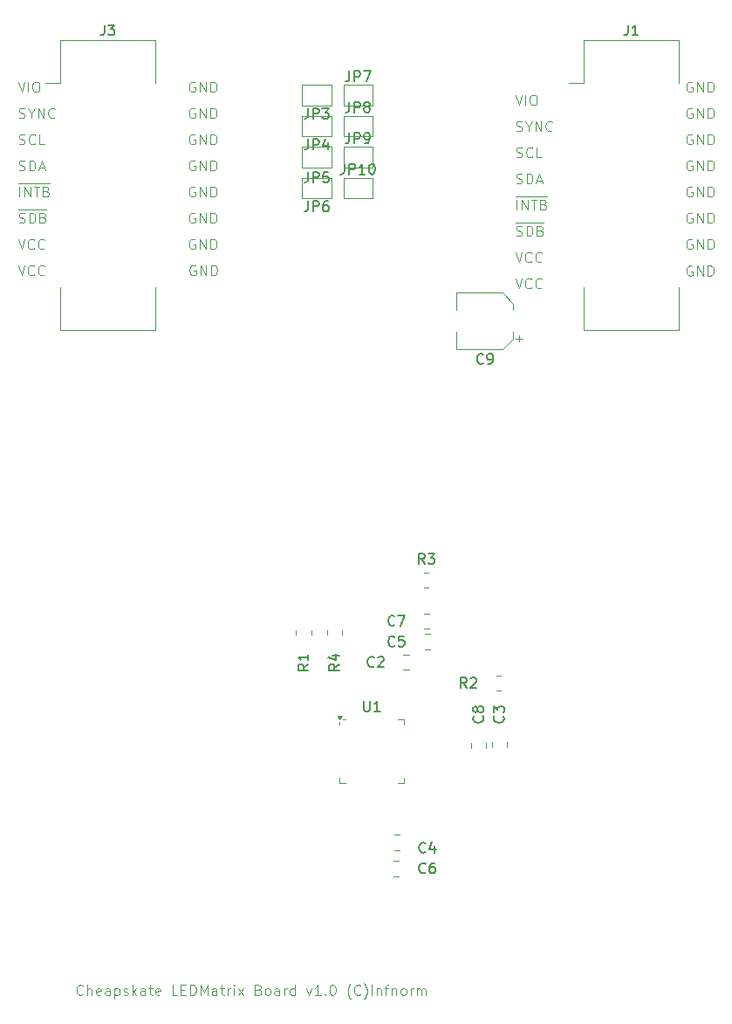
<source format=gbr>
%TF.GenerationSoftware,KiCad,Pcbnew,8.0.5*%
%TF.CreationDate,2025-02-27T20:45:01-08:00*%
%TF.ProjectId,ledaray,6c656461-7261-4792-9e6b-696361645f70,rev?*%
%TF.SameCoordinates,Original*%
%TF.FileFunction,Legend,Top*%
%TF.FilePolarity,Positive*%
%FSLAX46Y46*%
G04 Gerber Fmt 4.6, Leading zero omitted, Abs format (unit mm)*
G04 Created by KiCad (PCBNEW 8.0.5) date 2025-02-27 20:45:01*
%MOMM*%
%LPD*%
G01*
G04 APERTURE LIST*
%ADD10C,0.100000*%
%ADD11C,0.150000*%
%ADD12C,0.120000*%
G04 APERTURE END LIST*
D10*
X77575312Y-138177180D02*
X77527693Y-138224800D01*
X77527693Y-138224800D02*
X77384836Y-138272419D01*
X77384836Y-138272419D02*
X77289598Y-138272419D01*
X77289598Y-138272419D02*
X77146741Y-138224800D01*
X77146741Y-138224800D02*
X77051503Y-138129561D01*
X77051503Y-138129561D02*
X77003884Y-138034323D01*
X77003884Y-138034323D02*
X76956265Y-137843847D01*
X76956265Y-137843847D02*
X76956265Y-137700990D01*
X76956265Y-137700990D02*
X77003884Y-137510514D01*
X77003884Y-137510514D02*
X77051503Y-137415276D01*
X77051503Y-137415276D02*
X77146741Y-137320038D01*
X77146741Y-137320038D02*
X77289598Y-137272419D01*
X77289598Y-137272419D02*
X77384836Y-137272419D01*
X77384836Y-137272419D02*
X77527693Y-137320038D01*
X77527693Y-137320038D02*
X77575312Y-137367657D01*
X78003884Y-138272419D02*
X78003884Y-137272419D01*
X78432455Y-138272419D02*
X78432455Y-137748609D01*
X78432455Y-137748609D02*
X78384836Y-137653371D01*
X78384836Y-137653371D02*
X78289598Y-137605752D01*
X78289598Y-137605752D02*
X78146741Y-137605752D01*
X78146741Y-137605752D02*
X78051503Y-137653371D01*
X78051503Y-137653371D02*
X78003884Y-137700990D01*
X79289598Y-138224800D02*
X79194360Y-138272419D01*
X79194360Y-138272419D02*
X79003884Y-138272419D01*
X79003884Y-138272419D02*
X78908646Y-138224800D01*
X78908646Y-138224800D02*
X78861027Y-138129561D01*
X78861027Y-138129561D02*
X78861027Y-137748609D01*
X78861027Y-137748609D02*
X78908646Y-137653371D01*
X78908646Y-137653371D02*
X79003884Y-137605752D01*
X79003884Y-137605752D02*
X79194360Y-137605752D01*
X79194360Y-137605752D02*
X79289598Y-137653371D01*
X79289598Y-137653371D02*
X79337217Y-137748609D01*
X79337217Y-137748609D02*
X79337217Y-137843847D01*
X79337217Y-137843847D02*
X78861027Y-137939085D01*
X80194360Y-138272419D02*
X80194360Y-137748609D01*
X80194360Y-137748609D02*
X80146741Y-137653371D01*
X80146741Y-137653371D02*
X80051503Y-137605752D01*
X80051503Y-137605752D02*
X79861027Y-137605752D01*
X79861027Y-137605752D02*
X79765789Y-137653371D01*
X80194360Y-138224800D02*
X80099122Y-138272419D01*
X80099122Y-138272419D02*
X79861027Y-138272419D01*
X79861027Y-138272419D02*
X79765789Y-138224800D01*
X79765789Y-138224800D02*
X79718170Y-138129561D01*
X79718170Y-138129561D02*
X79718170Y-138034323D01*
X79718170Y-138034323D02*
X79765789Y-137939085D01*
X79765789Y-137939085D02*
X79861027Y-137891466D01*
X79861027Y-137891466D02*
X80099122Y-137891466D01*
X80099122Y-137891466D02*
X80194360Y-137843847D01*
X80670551Y-137605752D02*
X80670551Y-138605752D01*
X80670551Y-137653371D02*
X80765789Y-137605752D01*
X80765789Y-137605752D02*
X80956265Y-137605752D01*
X80956265Y-137605752D02*
X81051503Y-137653371D01*
X81051503Y-137653371D02*
X81099122Y-137700990D01*
X81099122Y-137700990D02*
X81146741Y-137796228D01*
X81146741Y-137796228D02*
X81146741Y-138081942D01*
X81146741Y-138081942D02*
X81099122Y-138177180D01*
X81099122Y-138177180D02*
X81051503Y-138224800D01*
X81051503Y-138224800D02*
X80956265Y-138272419D01*
X80956265Y-138272419D02*
X80765789Y-138272419D01*
X80765789Y-138272419D02*
X80670551Y-138224800D01*
X81527694Y-138224800D02*
X81622932Y-138272419D01*
X81622932Y-138272419D02*
X81813408Y-138272419D01*
X81813408Y-138272419D02*
X81908646Y-138224800D01*
X81908646Y-138224800D02*
X81956265Y-138129561D01*
X81956265Y-138129561D02*
X81956265Y-138081942D01*
X81956265Y-138081942D02*
X81908646Y-137986704D01*
X81908646Y-137986704D02*
X81813408Y-137939085D01*
X81813408Y-137939085D02*
X81670551Y-137939085D01*
X81670551Y-137939085D02*
X81575313Y-137891466D01*
X81575313Y-137891466D02*
X81527694Y-137796228D01*
X81527694Y-137796228D02*
X81527694Y-137748609D01*
X81527694Y-137748609D02*
X81575313Y-137653371D01*
X81575313Y-137653371D02*
X81670551Y-137605752D01*
X81670551Y-137605752D02*
X81813408Y-137605752D01*
X81813408Y-137605752D02*
X81908646Y-137653371D01*
X82384837Y-138272419D02*
X82384837Y-137272419D01*
X82480075Y-137891466D02*
X82765789Y-138272419D01*
X82765789Y-137605752D02*
X82384837Y-137986704D01*
X83622932Y-138272419D02*
X83622932Y-137748609D01*
X83622932Y-137748609D02*
X83575313Y-137653371D01*
X83575313Y-137653371D02*
X83480075Y-137605752D01*
X83480075Y-137605752D02*
X83289599Y-137605752D01*
X83289599Y-137605752D02*
X83194361Y-137653371D01*
X83622932Y-138224800D02*
X83527694Y-138272419D01*
X83527694Y-138272419D02*
X83289599Y-138272419D01*
X83289599Y-138272419D02*
X83194361Y-138224800D01*
X83194361Y-138224800D02*
X83146742Y-138129561D01*
X83146742Y-138129561D02*
X83146742Y-138034323D01*
X83146742Y-138034323D02*
X83194361Y-137939085D01*
X83194361Y-137939085D02*
X83289599Y-137891466D01*
X83289599Y-137891466D02*
X83527694Y-137891466D01*
X83527694Y-137891466D02*
X83622932Y-137843847D01*
X83956266Y-137605752D02*
X84337218Y-137605752D01*
X84099123Y-137272419D02*
X84099123Y-138129561D01*
X84099123Y-138129561D02*
X84146742Y-138224800D01*
X84146742Y-138224800D02*
X84241980Y-138272419D01*
X84241980Y-138272419D02*
X84337218Y-138272419D01*
X85051504Y-138224800D02*
X84956266Y-138272419D01*
X84956266Y-138272419D02*
X84765790Y-138272419D01*
X84765790Y-138272419D02*
X84670552Y-138224800D01*
X84670552Y-138224800D02*
X84622933Y-138129561D01*
X84622933Y-138129561D02*
X84622933Y-137748609D01*
X84622933Y-137748609D02*
X84670552Y-137653371D01*
X84670552Y-137653371D02*
X84765790Y-137605752D01*
X84765790Y-137605752D02*
X84956266Y-137605752D01*
X84956266Y-137605752D02*
X85051504Y-137653371D01*
X85051504Y-137653371D02*
X85099123Y-137748609D01*
X85099123Y-137748609D02*
X85099123Y-137843847D01*
X85099123Y-137843847D02*
X84622933Y-137939085D01*
X86765790Y-138272419D02*
X86289600Y-138272419D01*
X86289600Y-138272419D02*
X86289600Y-137272419D01*
X87099124Y-137748609D02*
X87432457Y-137748609D01*
X87575314Y-138272419D02*
X87099124Y-138272419D01*
X87099124Y-138272419D02*
X87099124Y-137272419D01*
X87099124Y-137272419D02*
X87575314Y-137272419D01*
X88003886Y-138272419D02*
X88003886Y-137272419D01*
X88003886Y-137272419D02*
X88241981Y-137272419D01*
X88241981Y-137272419D02*
X88384838Y-137320038D01*
X88384838Y-137320038D02*
X88480076Y-137415276D01*
X88480076Y-137415276D02*
X88527695Y-137510514D01*
X88527695Y-137510514D02*
X88575314Y-137700990D01*
X88575314Y-137700990D02*
X88575314Y-137843847D01*
X88575314Y-137843847D02*
X88527695Y-138034323D01*
X88527695Y-138034323D02*
X88480076Y-138129561D01*
X88480076Y-138129561D02*
X88384838Y-138224800D01*
X88384838Y-138224800D02*
X88241981Y-138272419D01*
X88241981Y-138272419D02*
X88003886Y-138272419D01*
X89003886Y-138272419D02*
X89003886Y-137272419D01*
X89003886Y-137272419D02*
X89337219Y-137986704D01*
X89337219Y-137986704D02*
X89670552Y-137272419D01*
X89670552Y-137272419D02*
X89670552Y-138272419D01*
X90575314Y-138272419D02*
X90575314Y-137748609D01*
X90575314Y-137748609D02*
X90527695Y-137653371D01*
X90527695Y-137653371D02*
X90432457Y-137605752D01*
X90432457Y-137605752D02*
X90241981Y-137605752D01*
X90241981Y-137605752D02*
X90146743Y-137653371D01*
X90575314Y-138224800D02*
X90480076Y-138272419D01*
X90480076Y-138272419D02*
X90241981Y-138272419D01*
X90241981Y-138272419D02*
X90146743Y-138224800D01*
X90146743Y-138224800D02*
X90099124Y-138129561D01*
X90099124Y-138129561D02*
X90099124Y-138034323D01*
X90099124Y-138034323D02*
X90146743Y-137939085D01*
X90146743Y-137939085D02*
X90241981Y-137891466D01*
X90241981Y-137891466D02*
X90480076Y-137891466D01*
X90480076Y-137891466D02*
X90575314Y-137843847D01*
X90908648Y-137605752D02*
X91289600Y-137605752D01*
X91051505Y-137272419D02*
X91051505Y-138129561D01*
X91051505Y-138129561D02*
X91099124Y-138224800D01*
X91099124Y-138224800D02*
X91194362Y-138272419D01*
X91194362Y-138272419D02*
X91289600Y-138272419D01*
X91622934Y-138272419D02*
X91622934Y-137605752D01*
X91622934Y-137796228D02*
X91670553Y-137700990D01*
X91670553Y-137700990D02*
X91718172Y-137653371D01*
X91718172Y-137653371D02*
X91813410Y-137605752D01*
X91813410Y-137605752D02*
X91908648Y-137605752D01*
X92241982Y-138272419D02*
X92241982Y-137605752D01*
X92241982Y-137272419D02*
X92194363Y-137320038D01*
X92194363Y-137320038D02*
X92241982Y-137367657D01*
X92241982Y-137367657D02*
X92289601Y-137320038D01*
X92289601Y-137320038D02*
X92241982Y-137272419D01*
X92241982Y-137272419D02*
X92241982Y-137367657D01*
X92622934Y-138272419D02*
X93146743Y-137605752D01*
X92622934Y-137605752D02*
X93146743Y-138272419D01*
X94622934Y-137748609D02*
X94765791Y-137796228D01*
X94765791Y-137796228D02*
X94813410Y-137843847D01*
X94813410Y-137843847D02*
X94861029Y-137939085D01*
X94861029Y-137939085D02*
X94861029Y-138081942D01*
X94861029Y-138081942D02*
X94813410Y-138177180D01*
X94813410Y-138177180D02*
X94765791Y-138224800D01*
X94765791Y-138224800D02*
X94670553Y-138272419D01*
X94670553Y-138272419D02*
X94289601Y-138272419D01*
X94289601Y-138272419D02*
X94289601Y-137272419D01*
X94289601Y-137272419D02*
X94622934Y-137272419D01*
X94622934Y-137272419D02*
X94718172Y-137320038D01*
X94718172Y-137320038D02*
X94765791Y-137367657D01*
X94765791Y-137367657D02*
X94813410Y-137462895D01*
X94813410Y-137462895D02*
X94813410Y-137558133D01*
X94813410Y-137558133D02*
X94765791Y-137653371D01*
X94765791Y-137653371D02*
X94718172Y-137700990D01*
X94718172Y-137700990D02*
X94622934Y-137748609D01*
X94622934Y-137748609D02*
X94289601Y-137748609D01*
X95432458Y-138272419D02*
X95337220Y-138224800D01*
X95337220Y-138224800D02*
X95289601Y-138177180D01*
X95289601Y-138177180D02*
X95241982Y-138081942D01*
X95241982Y-138081942D02*
X95241982Y-137796228D01*
X95241982Y-137796228D02*
X95289601Y-137700990D01*
X95289601Y-137700990D02*
X95337220Y-137653371D01*
X95337220Y-137653371D02*
X95432458Y-137605752D01*
X95432458Y-137605752D02*
X95575315Y-137605752D01*
X95575315Y-137605752D02*
X95670553Y-137653371D01*
X95670553Y-137653371D02*
X95718172Y-137700990D01*
X95718172Y-137700990D02*
X95765791Y-137796228D01*
X95765791Y-137796228D02*
X95765791Y-138081942D01*
X95765791Y-138081942D02*
X95718172Y-138177180D01*
X95718172Y-138177180D02*
X95670553Y-138224800D01*
X95670553Y-138224800D02*
X95575315Y-138272419D01*
X95575315Y-138272419D02*
X95432458Y-138272419D01*
X96622934Y-138272419D02*
X96622934Y-137748609D01*
X96622934Y-137748609D02*
X96575315Y-137653371D01*
X96575315Y-137653371D02*
X96480077Y-137605752D01*
X96480077Y-137605752D02*
X96289601Y-137605752D01*
X96289601Y-137605752D02*
X96194363Y-137653371D01*
X96622934Y-138224800D02*
X96527696Y-138272419D01*
X96527696Y-138272419D02*
X96289601Y-138272419D01*
X96289601Y-138272419D02*
X96194363Y-138224800D01*
X96194363Y-138224800D02*
X96146744Y-138129561D01*
X96146744Y-138129561D02*
X96146744Y-138034323D01*
X96146744Y-138034323D02*
X96194363Y-137939085D01*
X96194363Y-137939085D02*
X96289601Y-137891466D01*
X96289601Y-137891466D02*
X96527696Y-137891466D01*
X96527696Y-137891466D02*
X96622934Y-137843847D01*
X97099125Y-138272419D02*
X97099125Y-137605752D01*
X97099125Y-137796228D02*
X97146744Y-137700990D01*
X97146744Y-137700990D02*
X97194363Y-137653371D01*
X97194363Y-137653371D02*
X97289601Y-137605752D01*
X97289601Y-137605752D02*
X97384839Y-137605752D01*
X98146744Y-138272419D02*
X98146744Y-137272419D01*
X98146744Y-138224800D02*
X98051506Y-138272419D01*
X98051506Y-138272419D02*
X97861030Y-138272419D01*
X97861030Y-138272419D02*
X97765792Y-138224800D01*
X97765792Y-138224800D02*
X97718173Y-138177180D01*
X97718173Y-138177180D02*
X97670554Y-138081942D01*
X97670554Y-138081942D02*
X97670554Y-137796228D01*
X97670554Y-137796228D02*
X97718173Y-137700990D01*
X97718173Y-137700990D02*
X97765792Y-137653371D01*
X97765792Y-137653371D02*
X97861030Y-137605752D01*
X97861030Y-137605752D02*
X98051506Y-137605752D01*
X98051506Y-137605752D02*
X98146744Y-137653371D01*
X99289602Y-137605752D02*
X99527697Y-138272419D01*
X99527697Y-138272419D02*
X99765792Y-137605752D01*
X100670554Y-138272419D02*
X100099126Y-138272419D01*
X100384840Y-138272419D02*
X100384840Y-137272419D01*
X100384840Y-137272419D02*
X100289602Y-137415276D01*
X100289602Y-137415276D02*
X100194364Y-137510514D01*
X100194364Y-137510514D02*
X100099126Y-137558133D01*
X101099126Y-138177180D02*
X101146745Y-138224800D01*
X101146745Y-138224800D02*
X101099126Y-138272419D01*
X101099126Y-138272419D02*
X101051507Y-138224800D01*
X101051507Y-138224800D02*
X101099126Y-138177180D01*
X101099126Y-138177180D02*
X101099126Y-138272419D01*
X101765792Y-137272419D02*
X101861030Y-137272419D01*
X101861030Y-137272419D02*
X101956268Y-137320038D01*
X101956268Y-137320038D02*
X102003887Y-137367657D01*
X102003887Y-137367657D02*
X102051506Y-137462895D01*
X102051506Y-137462895D02*
X102099125Y-137653371D01*
X102099125Y-137653371D02*
X102099125Y-137891466D01*
X102099125Y-137891466D02*
X102051506Y-138081942D01*
X102051506Y-138081942D02*
X102003887Y-138177180D01*
X102003887Y-138177180D02*
X101956268Y-138224800D01*
X101956268Y-138224800D02*
X101861030Y-138272419D01*
X101861030Y-138272419D02*
X101765792Y-138272419D01*
X101765792Y-138272419D02*
X101670554Y-138224800D01*
X101670554Y-138224800D02*
X101622935Y-138177180D01*
X101622935Y-138177180D02*
X101575316Y-138081942D01*
X101575316Y-138081942D02*
X101527697Y-137891466D01*
X101527697Y-137891466D02*
X101527697Y-137653371D01*
X101527697Y-137653371D02*
X101575316Y-137462895D01*
X101575316Y-137462895D02*
X101622935Y-137367657D01*
X101622935Y-137367657D02*
X101670554Y-137320038D01*
X101670554Y-137320038D02*
X101765792Y-137272419D01*
X103575316Y-138653371D02*
X103527697Y-138605752D01*
X103527697Y-138605752D02*
X103432459Y-138462895D01*
X103432459Y-138462895D02*
X103384840Y-138367657D01*
X103384840Y-138367657D02*
X103337221Y-138224800D01*
X103337221Y-138224800D02*
X103289602Y-137986704D01*
X103289602Y-137986704D02*
X103289602Y-137796228D01*
X103289602Y-137796228D02*
X103337221Y-137558133D01*
X103337221Y-137558133D02*
X103384840Y-137415276D01*
X103384840Y-137415276D02*
X103432459Y-137320038D01*
X103432459Y-137320038D02*
X103527697Y-137177180D01*
X103527697Y-137177180D02*
X103575316Y-137129561D01*
X104527697Y-138177180D02*
X104480078Y-138224800D01*
X104480078Y-138224800D02*
X104337221Y-138272419D01*
X104337221Y-138272419D02*
X104241983Y-138272419D01*
X104241983Y-138272419D02*
X104099126Y-138224800D01*
X104099126Y-138224800D02*
X104003888Y-138129561D01*
X104003888Y-138129561D02*
X103956269Y-138034323D01*
X103956269Y-138034323D02*
X103908650Y-137843847D01*
X103908650Y-137843847D02*
X103908650Y-137700990D01*
X103908650Y-137700990D02*
X103956269Y-137510514D01*
X103956269Y-137510514D02*
X104003888Y-137415276D01*
X104003888Y-137415276D02*
X104099126Y-137320038D01*
X104099126Y-137320038D02*
X104241983Y-137272419D01*
X104241983Y-137272419D02*
X104337221Y-137272419D01*
X104337221Y-137272419D02*
X104480078Y-137320038D01*
X104480078Y-137320038D02*
X104527697Y-137367657D01*
X104861031Y-138653371D02*
X104908650Y-138605752D01*
X104908650Y-138605752D02*
X105003888Y-138462895D01*
X105003888Y-138462895D02*
X105051507Y-138367657D01*
X105051507Y-138367657D02*
X105099126Y-138224800D01*
X105099126Y-138224800D02*
X105146745Y-137986704D01*
X105146745Y-137986704D02*
X105146745Y-137796228D01*
X105146745Y-137796228D02*
X105099126Y-137558133D01*
X105099126Y-137558133D02*
X105051507Y-137415276D01*
X105051507Y-137415276D02*
X105003888Y-137320038D01*
X105003888Y-137320038D02*
X104908650Y-137177180D01*
X104908650Y-137177180D02*
X104861031Y-137129561D01*
X105622936Y-138272419D02*
X105622936Y-137272419D01*
X106099126Y-137605752D02*
X106099126Y-138272419D01*
X106099126Y-137700990D02*
X106146745Y-137653371D01*
X106146745Y-137653371D02*
X106241983Y-137605752D01*
X106241983Y-137605752D02*
X106384840Y-137605752D01*
X106384840Y-137605752D02*
X106480078Y-137653371D01*
X106480078Y-137653371D02*
X106527697Y-137748609D01*
X106527697Y-137748609D02*
X106527697Y-138272419D01*
X106861031Y-137605752D02*
X107241983Y-137605752D01*
X107003888Y-138272419D02*
X107003888Y-137415276D01*
X107003888Y-137415276D02*
X107051507Y-137320038D01*
X107051507Y-137320038D02*
X107146745Y-137272419D01*
X107146745Y-137272419D02*
X107241983Y-137272419D01*
X107575317Y-137605752D02*
X107575317Y-138272419D01*
X107575317Y-137700990D02*
X107622936Y-137653371D01*
X107622936Y-137653371D02*
X107718174Y-137605752D01*
X107718174Y-137605752D02*
X107861031Y-137605752D01*
X107861031Y-137605752D02*
X107956269Y-137653371D01*
X107956269Y-137653371D02*
X108003888Y-137748609D01*
X108003888Y-137748609D02*
X108003888Y-138272419D01*
X108622936Y-138272419D02*
X108527698Y-138224800D01*
X108527698Y-138224800D02*
X108480079Y-138177180D01*
X108480079Y-138177180D02*
X108432460Y-138081942D01*
X108432460Y-138081942D02*
X108432460Y-137796228D01*
X108432460Y-137796228D02*
X108480079Y-137700990D01*
X108480079Y-137700990D02*
X108527698Y-137653371D01*
X108527698Y-137653371D02*
X108622936Y-137605752D01*
X108622936Y-137605752D02*
X108765793Y-137605752D01*
X108765793Y-137605752D02*
X108861031Y-137653371D01*
X108861031Y-137653371D02*
X108908650Y-137700990D01*
X108908650Y-137700990D02*
X108956269Y-137796228D01*
X108956269Y-137796228D02*
X108956269Y-138081942D01*
X108956269Y-138081942D02*
X108908650Y-138177180D01*
X108908650Y-138177180D02*
X108861031Y-138224800D01*
X108861031Y-138224800D02*
X108765793Y-138272419D01*
X108765793Y-138272419D02*
X108622936Y-138272419D01*
X109384841Y-138272419D02*
X109384841Y-137605752D01*
X109384841Y-137796228D02*
X109432460Y-137700990D01*
X109432460Y-137700990D02*
X109480079Y-137653371D01*
X109480079Y-137653371D02*
X109575317Y-137605752D01*
X109575317Y-137605752D02*
X109670555Y-137605752D01*
X110003889Y-138272419D02*
X110003889Y-137605752D01*
X110003889Y-137700990D02*
X110051508Y-137653371D01*
X110051508Y-137653371D02*
X110146746Y-137605752D01*
X110146746Y-137605752D02*
X110289603Y-137605752D01*
X110289603Y-137605752D02*
X110384841Y-137653371D01*
X110384841Y-137653371D02*
X110432460Y-137748609D01*
X110432460Y-137748609D02*
X110432460Y-138272419D01*
X110432460Y-137748609D02*
X110480079Y-137653371D01*
X110480079Y-137653371D02*
X110575317Y-137605752D01*
X110575317Y-137605752D02*
X110718174Y-137605752D01*
X110718174Y-137605752D02*
X110813413Y-137653371D01*
X110813413Y-137653371D02*
X110861032Y-137748609D01*
X110861032Y-137748609D02*
X110861032Y-138272419D01*
X136714110Y-67550405D02*
X136618872Y-67502786D01*
X136618872Y-67502786D02*
X136476015Y-67502786D01*
X136476015Y-67502786D02*
X136333158Y-67550405D01*
X136333158Y-67550405D02*
X136237920Y-67645643D01*
X136237920Y-67645643D02*
X136190301Y-67740881D01*
X136190301Y-67740881D02*
X136142682Y-67931357D01*
X136142682Y-67931357D02*
X136142682Y-68074214D01*
X136142682Y-68074214D02*
X136190301Y-68264690D01*
X136190301Y-68264690D02*
X136237920Y-68359928D01*
X136237920Y-68359928D02*
X136333158Y-68455167D01*
X136333158Y-68455167D02*
X136476015Y-68502786D01*
X136476015Y-68502786D02*
X136571253Y-68502786D01*
X136571253Y-68502786D02*
X136714110Y-68455167D01*
X136714110Y-68455167D02*
X136761729Y-68407547D01*
X136761729Y-68407547D02*
X136761729Y-68074214D01*
X136761729Y-68074214D02*
X136571253Y-68074214D01*
X137190301Y-68502786D02*
X137190301Y-67502786D01*
X137190301Y-67502786D02*
X137761729Y-68502786D01*
X137761729Y-68502786D02*
X137761729Y-67502786D01*
X138237920Y-68502786D02*
X138237920Y-67502786D01*
X138237920Y-67502786D02*
X138476015Y-67502786D01*
X138476015Y-67502786D02*
X138618872Y-67550405D01*
X138618872Y-67550405D02*
X138714110Y-67645643D01*
X138714110Y-67645643D02*
X138761729Y-67740881D01*
X138761729Y-67740881D02*
X138809348Y-67931357D01*
X138809348Y-67931357D02*
X138809348Y-68074214D01*
X138809348Y-68074214D02*
X138761729Y-68264690D01*
X138761729Y-68264690D02*
X138714110Y-68359928D01*
X138714110Y-68359928D02*
X138618872Y-68455167D01*
X138618872Y-68455167D02*
X138476015Y-68502786D01*
X138476015Y-68502786D02*
X138237920Y-68502786D01*
X71376265Y-58244800D02*
X71519122Y-58292419D01*
X71519122Y-58292419D02*
X71757217Y-58292419D01*
X71757217Y-58292419D02*
X71852455Y-58244800D01*
X71852455Y-58244800D02*
X71900074Y-58197180D01*
X71900074Y-58197180D02*
X71947693Y-58101942D01*
X71947693Y-58101942D02*
X71947693Y-58006704D01*
X71947693Y-58006704D02*
X71900074Y-57911466D01*
X71900074Y-57911466D02*
X71852455Y-57863847D01*
X71852455Y-57863847D02*
X71757217Y-57816228D01*
X71757217Y-57816228D02*
X71566741Y-57768609D01*
X71566741Y-57768609D02*
X71471503Y-57720990D01*
X71471503Y-57720990D02*
X71423884Y-57673371D01*
X71423884Y-57673371D02*
X71376265Y-57578133D01*
X71376265Y-57578133D02*
X71376265Y-57482895D01*
X71376265Y-57482895D02*
X71423884Y-57387657D01*
X71423884Y-57387657D02*
X71471503Y-57340038D01*
X71471503Y-57340038D02*
X71566741Y-57292419D01*
X71566741Y-57292419D02*
X71804836Y-57292419D01*
X71804836Y-57292419D02*
X71947693Y-57340038D01*
X72376265Y-58292419D02*
X72376265Y-57292419D01*
X72376265Y-57292419D02*
X72614360Y-57292419D01*
X72614360Y-57292419D02*
X72757217Y-57340038D01*
X72757217Y-57340038D02*
X72852455Y-57435276D01*
X72852455Y-57435276D02*
X72900074Y-57530514D01*
X72900074Y-57530514D02*
X72947693Y-57720990D01*
X72947693Y-57720990D02*
X72947693Y-57863847D01*
X72947693Y-57863847D02*
X72900074Y-58054323D01*
X72900074Y-58054323D02*
X72852455Y-58149561D01*
X72852455Y-58149561D02*
X72757217Y-58244800D01*
X72757217Y-58244800D02*
X72614360Y-58292419D01*
X72614360Y-58292419D02*
X72376265Y-58292419D01*
X73328646Y-58006704D02*
X73804836Y-58006704D01*
X73233408Y-58292419D02*
X73566741Y-57292419D01*
X73566741Y-57292419D02*
X73900074Y-58292419D01*
X88457693Y-54800038D02*
X88362455Y-54752419D01*
X88362455Y-54752419D02*
X88219598Y-54752419D01*
X88219598Y-54752419D02*
X88076741Y-54800038D01*
X88076741Y-54800038D02*
X87981503Y-54895276D01*
X87981503Y-54895276D02*
X87933884Y-54990514D01*
X87933884Y-54990514D02*
X87886265Y-55180990D01*
X87886265Y-55180990D02*
X87886265Y-55323847D01*
X87886265Y-55323847D02*
X87933884Y-55514323D01*
X87933884Y-55514323D02*
X87981503Y-55609561D01*
X87981503Y-55609561D02*
X88076741Y-55704800D01*
X88076741Y-55704800D02*
X88219598Y-55752419D01*
X88219598Y-55752419D02*
X88314836Y-55752419D01*
X88314836Y-55752419D02*
X88457693Y-55704800D01*
X88457693Y-55704800D02*
X88505312Y-55657180D01*
X88505312Y-55657180D02*
X88505312Y-55323847D01*
X88505312Y-55323847D02*
X88314836Y-55323847D01*
X88933884Y-55752419D02*
X88933884Y-54752419D01*
X88933884Y-54752419D02*
X89505312Y-55752419D01*
X89505312Y-55752419D02*
X89505312Y-54752419D01*
X89981503Y-55752419D02*
X89981503Y-54752419D01*
X89981503Y-54752419D02*
X90219598Y-54752419D01*
X90219598Y-54752419D02*
X90362455Y-54800038D01*
X90362455Y-54800038D02*
X90457693Y-54895276D01*
X90457693Y-54895276D02*
X90505312Y-54990514D01*
X90505312Y-54990514D02*
X90552931Y-55180990D01*
X90552931Y-55180990D02*
X90552931Y-55323847D01*
X90552931Y-55323847D02*
X90505312Y-55514323D01*
X90505312Y-55514323D02*
X90457693Y-55609561D01*
X90457693Y-55609561D02*
X90362455Y-55704800D01*
X90362455Y-55704800D02*
X90219598Y-55752419D01*
X90219598Y-55752419D02*
X89981503Y-55752419D01*
X136717693Y-64960038D02*
X136622455Y-64912419D01*
X136622455Y-64912419D02*
X136479598Y-64912419D01*
X136479598Y-64912419D02*
X136336741Y-64960038D01*
X136336741Y-64960038D02*
X136241503Y-65055276D01*
X136241503Y-65055276D02*
X136193884Y-65150514D01*
X136193884Y-65150514D02*
X136146265Y-65340990D01*
X136146265Y-65340990D02*
X136146265Y-65483847D01*
X136146265Y-65483847D02*
X136193884Y-65674323D01*
X136193884Y-65674323D02*
X136241503Y-65769561D01*
X136241503Y-65769561D02*
X136336741Y-65864800D01*
X136336741Y-65864800D02*
X136479598Y-65912419D01*
X136479598Y-65912419D02*
X136574836Y-65912419D01*
X136574836Y-65912419D02*
X136717693Y-65864800D01*
X136717693Y-65864800D02*
X136765312Y-65817180D01*
X136765312Y-65817180D02*
X136765312Y-65483847D01*
X136765312Y-65483847D02*
X136574836Y-65483847D01*
X137193884Y-65912419D02*
X137193884Y-64912419D01*
X137193884Y-64912419D02*
X137765312Y-65912419D01*
X137765312Y-65912419D02*
X137765312Y-64912419D01*
X138241503Y-65912419D02*
X138241503Y-64912419D01*
X138241503Y-64912419D02*
X138479598Y-64912419D01*
X138479598Y-64912419D02*
X138622455Y-64960038D01*
X138622455Y-64960038D02*
X138717693Y-65055276D01*
X138717693Y-65055276D02*
X138765312Y-65150514D01*
X138765312Y-65150514D02*
X138812931Y-65340990D01*
X138812931Y-65340990D02*
X138812931Y-65483847D01*
X138812931Y-65483847D02*
X138765312Y-65674323D01*
X138765312Y-65674323D02*
X138717693Y-65769561D01*
X138717693Y-65769561D02*
X138622455Y-65864800D01*
X138622455Y-65864800D02*
X138479598Y-65912419D01*
X138479598Y-65912419D02*
X138241503Y-65912419D01*
X119683884Y-62102419D02*
X119683884Y-61102419D01*
X120160074Y-62102419D02*
X120160074Y-61102419D01*
X120160074Y-61102419D02*
X120731502Y-62102419D01*
X120731502Y-62102419D02*
X120731502Y-61102419D01*
X121064836Y-61102419D02*
X121636264Y-61102419D01*
X121350550Y-62102419D02*
X121350550Y-61102419D01*
X122302931Y-61578609D02*
X122445788Y-61626228D01*
X122445788Y-61626228D02*
X122493407Y-61673847D01*
X122493407Y-61673847D02*
X122541026Y-61769085D01*
X122541026Y-61769085D02*
X122541026Y-61911942D01*
X122541026Y-61911942D02*
X122493407Y-62007180D01*
X122493407Y-62007180D02*
X122445788Y-62054800D01*
X122445788Y-62054800D02*
X122350550Y-62102419D01*
X122350550Y-62102419D02*
X121969598Y-62102419D01*
X121969598Y-62102419D02*
X121969598Y-61102419D01*
X121969598Y-61102419D02*
X122302931Y-61102419D01*
X122302931Y-61102419D02*
X122398169Y-61150038D01*
X122398169Y-61150038D02*
X122445788Y-61197657D01*
X122445788Y-61197657D02*
X122493407Y-61292895D01*
X122493407Y-61292895D02*
X122493407Y-61388133D01*
X122493407Y-61388133D02*
X122445788Y-61483371D01*
X122445788Y-61483371D02*
X122398169Y-61530990D01*
X122398169Y-61530990D02*
X122302931Y-61578609D01*
X122302931Y-61578609D02*
X121969598Y-61578609D01*
X119545789Y-60824800D02*
X122631503Y-60824800D01*
X71281027Y-67452419D02*
X71614360Y-68452419D01*
X71614360Y-68452419D02*
X71947693Y-67452419D01*
X72852455Y-68357180D02*
X72804836Y-68404800D01*
X72804836Y-68404800D02*
X72661979Y-68452419D01*
X72661979Y-68452419D02*
X72566741Y-68452419D01*
X72566741Y-68452419D02*
X72423884Y-68404800D01*
X72423884Y-68404800D02*
X72328646Y-68309561D01*
X72328646Y-68309561D02*
X72281027Y-68214323D01*
X72281027Y-68214323D02*
X72233408Y-68023847D01*
X72233408Y-68023847D02*
X72233408Y-67880990D01*
X72233408Y-67880990D02*
X72281027Y-67690514D01*
X72281027Y-67690514D02*
X72328646Y-67595276D01*
X72328646Y-67595276D02*
X72423884Y-67500038D01*
X72423884Y-67500038D02*
X72566741Y-67452419D01*
X72566741Y-67452419D02*
X72661979Y-67452419D01*
X72661979Y-67452419D02*
X72804836Y-67500038D01*
X72804836Y-67500038D02*
X72852455Y-67547657D01*
X73852455Y-68357180D02*
X73804836Y-68404800D01*
X73804836Y-68404800D02*
X73661979Y-68452419D01*
X73661979Y-68452419D02*
X73566741Y-68452419D01*
X73566741Y-68452419D02*
X73423884Y-68404800D01*
X73423884Y-68404800D02*
X73328646Y-68309561D01*
X73328646Y-68309561D02*
X73281027Y-68214323D01*
X73281027Y-68214323D02*
X73233408Y-68023847D01*
X73233408Y-68023847D02*
X73233408Y-67880990D01*
X73233408Y-67880990D02*
X73281027Y-67690514D01*
X73281027Y-67690514D02*
X73328646Y-67595276D01*
X73328646Y-67595276D02*
X73423884Y-67500038D01*
X73423884Y-67500038D02*
X73566741Y-67452419D01*
X73566741Y-67452419D02*
X73661979Y-67452419D01*
X73661979Y-67452419D02*
X73804836Y-67500038D01*
X73804836Y-67500038D02*
X73852455Y-67547657D01*
X88507630Y-67499608D02*
X88412392Y-67451989D01*
X88412392Y-67451989D02*
X88269535Y-67451989D01*
X88269535Y-67451989D02*
X88126678Y-67499608D01*
X88126678Y-67499608D02*
X88031440Y-67594846D01*
X88031440Y-67594846D02*
X87983821Y-67690084D01*
X87983821Y-67690084D02*
X87936202Y-67880560D01*
X87936202Y-67880560D02*
X87936202Y-68023417D01*
X87936202Y-68023417D02*
X87983821Y-68213893D01*
X87983821Y-68213893D02*
X88031440Y-68309131D01*
X88031440Y-68309131D02*
X88126678Y-68404370D01*
X88126678Y-68404370D02*
X88269535Y-68451989D01*
X88269535Y-68451989D02*
X88364773Y-68451989D01*
X88364773Y-68451989D02*
X88507630Y-68404370D01*
X88507630Y-68404370D02*
X88555249Y-68356750D01*
X88555249Y-68356750D02*
X88555249Y-68023417D01*
X88555249Y-68023417D02*
X88364773Y-68023417D01*
X88983821Y-68451989D02*
X88983821Y-67451989D01*
X88983821Y-67451989D02*
X89555249Y-68451989D01*
X89555249Y-68451989D02*
X89555249Y-67451989D01*
X90031440Y-68451989D02*
X90031440Y-67451989D01*
X90031440Y-67451989D02*
X90269535Y-67451989D01*
X90269535Y-67451989D02*
X90412392Y-67499608D01*
X90412392Y-67499608D02*
X90507630Y-67594846D01*
X90507630Y-67594846D02*
X90555249Y-67690084D01*
X90555249Y-67690084D02*
X90602868Y-67880560D01*
X90602868Y-67880560D02*
X90602868Y-68023417D01*
X90602868Y-68023417D02*
X90555249Y-68213893D01*
X90555249Y-68213893D02*
X90507630Y-68309131D01*
X90507630Y-68309131D02*
X90412392Y-68404370D01*
X90412392Y-68404370D02*
X90269535Y-68451989D01*
X90269535Y-68451989D02*
X90031440Y-68451989D01*
X136717693Y-57340038D02*
X136622455Y-57292419D01*
X136622455Y-57292419D02*
X136479598Y-57292419D01*
X136479598Y-57292419D02*
X136336741Y-57340038D01*
X136336741Y-57340038D02*
X136241503Y-57435276D01*
X136241503Y-57435276D02*
X136193884Y-57530514D01*
X136193884Y-57530514D02*
X136146265Y-57720990D01*
X136146265Y-57720990D02*
X136146265Y-57863847D01*
X136146265Y-57863847D02*
X136193884Y-58054323D01*
X136193884Y-58054323D02*
X136241503Y-58149561D01*
X136241503Y-58149561D02*
X136336741Y-58244800D01*
X136336741Y-58244800D02*
X136479598Y-58292419D01*
X136479598Y-58292419D02*
X136574836Y-58292419D01*
X136574836Y-58292419D02*
X136717693Y-58244800D01*
X136717693Y-58244800D02*
X136765312Y-58197180D01*
X136765312Y-58197180D02*
X136765312Y-57863847D01*
X136765312Y-57863847D02*
X136574836Y-57863847D01*
X137193884Y-58292419D02*
X137193884Y-57292419D01*
X137193884Y-57292419D02*
X137765312Y-58292419D01*
X137765312Y-58292419D02*
X137765312Y-57292419D01*
X138241503Y-58292419D02*
X138241503Y-57292419D01*
X138241503Y-57292419D02*
X138479598Y-57292419D01*
X138479598Y-57292419D02*
X138622455Y-57340038D01*
X138622455Y-57340038D02*
X138717693Y-57435276D01*
X138717693Y-57435276D02*
X138765312Y-57530514D01*
X138765312Y-57530514D02*
X138812931Y-57720990D01*
X138812931Y-57720990D02*
X138812931Y-57863847D01*
X138812931Y-57863847D02*
X138765312Y-58054323D01*
X138765312Y-58054323D02*
X138717693Y-58149561D01*
X138717693Y-58149561D02*
X138622455Y-58244800D01*
X138622455Y-58244800D02*
X138479598Y-58292419D01*
X138479598Y-58292419D02*
X138241503Y-58292419D01*
X88457693Y-57340038D02*
X88362455Y-57292419D01*
X88362455Y-57292419D02*
X88219598Y-57292419D01*
X88219598Y-57292419D02*
X88076741Y-57340038D01*
X88076741Y-57340038D02*
X87981503Y-57435276D01*
X87981503Y-57435276D02*
X87933884Y-57530514D01*
X87933884Y-57530514D02*
X87886265Y-57720990D01*
X87886265Y-57720990D02*
X87886265Y-57863847D01*
X87886265Y-57863847D02*
X87933884Y-58054323D01*
X87933884Y-58054323D02*
X87981503Y-58149561D01*
X87981503Y-58149561D02*
X88076741Y-58244800D01*
X88076741Y-58244800D02*
X88219598Y-58292419D01*
X88219598Y-58292419D02*
X88314836Y-58292419D01*
X88314836Y-58292419D02*
X88457693Y-58244800D01*
X88457693Y-58244800D02*
X88505312Y-58197180D01*
X88505312Y-58197180D02*
X88505312Y-57863847D01*
X88505312Y-57863847D02*
X88314836Y-57863847D01*
X88933884Y-58292419D02*
X88933884Y-57292419D01*
X88933884Y-57292419D02*
X89505312Y-58292419D01*
X89505312Y-58292419D02*
X89505312Y-57292419D01*
X89981503Y-58292419D02*
X89981503Y-57292419D01*
X89981503Y-57292419D02*
X90219598Y-57292419D01*
X90219598Y-57292419D02*
X90362455Y-57340038D01*
X90362455Y-57340038D02*
X90457693Y-57435276D01*
X90457693Y-57435276D02*
X90505312Y-57530514D01*
X90505312Y-57530514D02*
X90552931Y-57720990D01*
X90552931Y-57720990D02*
X90552931Y-57863847D01*
X90552931Y-57863847D02*
X90505312Y-58054323D01*
X90505312Y-58054323D02*
X90457693Y-58149561D01*
X90457693Y-58149561D02*
X90362455Y-58244800D01*
X90362455Y-58244800D02*
X90219598Y-58292419D01*
X90219598Y-58292419D02*
X89981503Y-58292419D01*
X136717693Y-59880038D02*
X136622455Y-59832419D01*
X136622455Y-59832419D02*
X136479598Y-59832419D01*
X136479598Y-59832419D02*
X136336741Y-59880038D01*
X136336741Y-59880038D02*
X136241503Y-59975276D01*
X136241503Y-59975276D02*
X136193884Y-60070514D01*
X136193884Y-60070514D02*
X136146265Y-60260990D01*
X136146265Y-60260990D02*
X136146265Y-60403847D01*
X136146265Y-60403847D02*
X136193884Y-60594323D01*
X136193884Y-60594323D02*
X136241503Y-60689561D01*
X136241503Y-60689561D02*
X136336741Y-60784800D01*
X136336741Y-60784800D02*
X136479598Y-60832419D01*
X136479598Y-60832419D02*
X136574836Y-60832419D01*
X136574836Y-60832419D02*
X136717693Y-60784800D01*
X136717693Y-60784800D02*
X136765312Y-60737180D01*
X136765312Y-60737180D02*
X136765312Y-60403847D01*
X136765312Y-60403847D02*
X136574836Y-60403847D01*
X137193884Y-60832419D02*
X137193884Y-59832419D01*
X137193884Y-59832419D02*
X137765312Y-60832419D01*
X137765312Y-60832419D02*
X137765312Y-59832419D01*
X138241503Y-60832419D02*
X138241503Y-59832419D01*
X138241503Y-59832419D02*
X138479598Y-59832419D01*
X138479598Y-59832419D02*
X138622455Y-59880038D01*
X138622455Y-59880038D02*
X138717693Y-59975276D01*
X138717693Y-59975276D02*
X138765312Y-60070514D01*
X138765312Y-60070514D02*
X138812931Y-60260990D01*
X138812931Y-60260990D02*
X138812931Y-60403847D01*
X138812931Y-60403847D02*
X138765312Y-60594323D01*
X138765312Y-60594323D02*
X138717693Y-60689561D01*
X138717693Y-60689561D02*
X138622455Y-60784800D01*
X138622455Y-60784800D02*
X138479598Y-60832419D01*
X138479598Y-60832419D02*
X138241503Y-60832419D01*
X71376265Y-53164800D02*
X71519122Y-53212419D01*
X71519122Y-53212419D02*
X71757217Y-53212419D01*
X71757217Y-53212419D02*
X71852455Y-53164800D01*
X71852455Y-53164800D02*
X71900074Y-53117180D01*
X71900074Y-53117180D02*
X71947693Y-53021942D01*
X71947693Y-53021942D02*
X71947693Y-52926704D01*
X71947693Y-52926704D02*
X71900074Y-52831466D01*
X71900074Y-52831466D02*
X71852455Y-52783847D01*
X71852455Y-52783847D02*
X71757217Y-52736228D01*
X71757217Y-52736228D02*
X71566741Y-52688609D01*
X71566741Y-52688609D02*
X71471503Y-52640990D01*
X71471503Y-52640990D02*
X71423884Y-52593371D01*
X71423884Y-52593371D02*
X71376265Y-52498133D01*
X71376265Y-52498133D02*
X71376265Y-52402895D01*
X71376265Y-52402895D02*
X71423884Y-52307657D01*
X71423884Y-52307657D02*
X71471503Y-52260038D01*
X71471503Y-52260038D02*
X71566741Y-52212419D01*
X71566741Y-52212419D02*
X71804836Y-52212419D01*
X71804836Y-52212419D02*
X71947693Y-52260038D01*
X72566741Y-52736228D02*
X72566741Y-53212419D01*
X72233408Y-52212419D02*
X72566741Y-52736228D01*
X72566741Y-52736228D02*
X72900074Y-52212419D01*
X73233408Y-53212419D02*
X73233408Y-52212419D01*
X73233408Y-52212419D02*
X73804836Y-53212419D01*
X73804836Y-53212419D02*
X73804836Y-52212419D01*
X74852455Y-53117180D02*
X74804836Y-53164800D01*
X74804836Y-53164800D02*
X74661979Y-53212419D01*
X74661979Y-53212419D02*
X74566741Y-53212419D01*
X74566741Y-53212419D02*
X74423884Y-53164800D01*
X74423884Y-53164800D02*
X74328646Y-53069561D01*
X74328646Y-53069561D02*
X74281027Y-52974323D01*
X74281027Y-52974323D02*
X74233408Y-52783847D01*
X74233408Y-52783847D02*
X74233408Y-52640990D01*
X74233408Y-52640990D02*
X74281027Y-52450514D01*
X74281027Y-52450514D02*
X74328646Y-52355276D01*
X74328646Y-52355276D02*
X74423884Y-52260038D01*
X74423884Y-52260038D02*
X74566741Y-52212419D01*
X74566741Y-52212419D02*
X74661979Y-52212419D01*
X74661979Y-52212419D02*
X74804836Y-52260038D01*
X74804836Y-52260038D02*
X74852455Y-52307657D01*
X136717693Y-54800038D02*
X136622455Y-54752419D01*
X136622455Y-54752419D02*
X136479598Y-54752419D01*
X136479598Y-54752419D02*
X136336741Y-54800038D01*
X136336741Y-54800038D02*
X136241503Y-54895276D01*
X136241503Y-54895276D02*
X136193884Y-54990514D01*
X136193884Y-54990514D02*
X136146265Y-55180990D01*
X136146265Y-55180990D02*
X136146265Y-55323847D01*
X136146265Y-55323847D02*
X136193884Y-55514323D01*
X136193884Y-55514323D02*
X136241503Y-55609561D01*
X136241503Y-55609561D02*
X136336741Y-55704800D01*
X136336741Y-55704800D02*
X136479598Y-55752419D01*
X136479598Y-55752419D02*
X136574836Y-55752419D01*
X136574836Y-55752419D02*
X136717693Y-55704800D01*
X136717693Y-55704800D02*
X136765312Y-55657180D01*
X136765312Y-55657180D02*
X136765312Y-55323847D01*
X136765312Y-55323847D02*
X136574836Y-55323847D01*
X137193884Y-55752419D02*
X137193884Y-54752419D01*
X137193884Y-54752419D02*
X137765312Y-55752419D01*
X137765312Y-55752419D02*
X137765312Y-54752419D01*
X138241503Y-55752419D02*
X138241503Y-54752419D01*
X138241503Y-54752419D02*
X138479598Y-54752419D01*
X138479598Y-54752419D02*
X138622455Y-54800038D01*
X138622455Y-54800038D02*
X138717693Y-54895276D01*
X138717693Y-54895276D02*
X138765312Y-54990514D01*
X138765312Y-54990514D02*
X138812931Y-55180990D01*
X138812931Y-55180990D02*
X138812931Y-55323847D01*
X138812931Y-55323847D02*
X138765312Y-55514323D01*
X138765312Y-55514323D02*
X138717693Y-55609561D01*
X138717693Y-55609561D02*
X138622455Y-55704800D01*
X138622455Y-55704800D02*
X138479598Y-55752419D01*
X138479598Y-55752419D02*
X138241503Y-55752419D01*
X71376265Y-55704800D02*
X71519122Y-55752419D01*
X71519122Y-55752419D02*
X71757217Y-55752419D01*
X71757217Y-55752419D02*
X71852455Y-55704800D01*
X71852455Y-55704800D02*
X71900074Y-55657180D01*
X71900074Y-55657180D02*
X71947693Y-55561942D01*
X71947693Y-55561942D02*
X71947693Y-55466704D01*
X71947693Y-55466704D02*
X71900074Y-55371466D01*
X71900074Y-55371466D02*
X71852455Y-55323847D01*
X71852455Y-55323847D02*
X71757217Y-55276228D01*
X71757217Y-55276228D02*
X71566741Y-55228609D01*
X71566741Y-55228609D02*
X71471503Y-55180990D01*
X71471503Y-55180990D02*
X71423884Y-55133371D01*
X71423884Y-55133371D02*
X71376265Y-55038133D01*
X71376265Y-55038133D02*
X71376265Y-54942895D01*
X71376265Y-54942895D02*
X71423884Y-54847657D01*
X71423884Y-54847657D02*
X71471503Y-54800038D01*
X71471503Y-54800038D02*
X71566741Y-54752419D01*
X71566741Y-54752419D02*
X71804836Y-54752419D01*
X71804836Y-54752419D02*
X71947693Y-54800038D01*
X72947693Y-55657180D02*
X72900074Y-55704800D01*
X72900074Y-55704800D02*
X72757217Y-55752419D01*
X72757217Y-55752419D02*
X72661979Y-55752419D01*
X72661979Y-55752419D02*
X72519122Y-55704800D01*
X72519122Y-55704800D02*
X72423884Y-55609561D01*
X72423884Y-55609561D02*
X72376265Y-55514323D01*
X72376265Y-55514323D02*
X72328646Y-55323847D01*
X72328646Y-55323847D02*
X72328646Y-55180990D01*
X72328646Y-55180990D02*
X72376265Y-54990514D01*
X72376265Y-54990514D02*
X72423884Y-54895276D01*
X72423884Y-54895276D02*
X72519122Y-54800038D01*
X72519122Y-54800038D02*
X72661979Y-54752419D01*
X72661979Y-54752419D02*
X72757217Y-54752419D01*
X72757217Y-54752419D02*
X72900074Y-54800038D01*
X72900074Y-54800038D02*
X72947693Y-54847657D01*
X73852455Y-55752419D02*
X73376265Y-55752419D01*
X73376265Y-55752419D02*
X73376265Y-54752419D01*
X88457693Y-64960038D02*
X88362455Y-64912419D01*
X88362455Y-64912419D02*
X88219598Y-64912419D01*
X88219598Y-64912419D02*
X88076741Y-64960038D01*
X88076741Y-64960038D02*
X87981503Y-65055276D01*
X87981503Y-65055276D02*
X87933884Y-65150514D01*
X87933884Y-65150514D02*
X87886265Y-65340990D01*
X87886265Y-65340990D02*
X87886265Y-65483847D01*
X87886265Y-65483847D02*
X87933884Y-65674323D01*
X87933884Y-65674323D02*
X87981503Y-65769561D01*
X87981503Y-65769561D02*
X88076741Y-65864800D01*
X88076741Y-65864800D02*
X88219598Y-65912419D01*
X88219598Y-65912419D02*
X88314836Y-65912419D01*
X88314836Y-65912419D02*
X88457693Y-65864800D01*
X88457693Y-65864800D02*
X88505312Y-65817180D01*
X88505312Y-65817180D02*
X88505312Y-65483847D01*
X88505312Y-65483847D02*
X88314836Y-65483847D01*
X88933884Y-65912419D02*
X88933884Y-64912419D01*
X88933884Y-64912419D02*
X89505312Y-65912419D01*
X89505312Y-65912419D02*
X89505312Y-64912419D01*
X89981503Y-65912419D02*
X89981503Y-64912419D01*
X89981503Y-64912419D02*
X90219598Y-64912419D01*
X90219598Y-64912419D02*
X90362455Y-64960038D01*
X90362455Y-64960038D02*
X90457693Y-65055276D01*
X90457693Y-65055276D02*
X90505312Y-65150514D01*
X90505312Y-65150514D02*
X90552931Y-65340990D01*
X90552931Y-65340990D02*
X90552931Y-65483847D01*
X90552931Y-65483847D02*
X90505312Y-65674323D01*
X90505312Y-65674323D02*
X90457693Y-65769561D01*
X90457693Y-65769561D02*
X90362455Y-65864800D01*
X90362455Y-65864800D02*
X90219598Y-65912419D01*
X90219598Y-65912419D02*
X89981503Y-65912419D01*
X119541027Y-66182419D02*
X119874360Y-67182419D01*
X119874360Y-67182419D02*
X120207693Y-66182419D01*
X121112455Y-67087180D02*
X121064836Y-67134800D01*
X121064836Y-67134800D02*
X120921979Y-67182419D01*
X120921979Y-67182419D02*
X120826741Y-67182419D01*
X120826741Y-67182419D02*
X120683884Y-67134800D01*
X120683884Y-67134800D02*
X120588646Y-67039561D01*
X120588646Y-67039561D02*
X120541027Y-66944323D01*
X120541027Y-66944323D02*
X120493408Y-66753847D01*
X120493408Y-66753847D02*
X120493408Y-66610990D01*
X120493408Y-66610990D02*
X120541027Y-66420514D01*
X120541027Y-66420514D02*
X120588646Y-66325276D01*
X120588646Y-66325276D02*
X120683884Y-66230038D01*
X120683884Y-66230038D02*
X120826741Y-66182419D01*
X120826741Y-66182419D02*
X120921979Y-66182419D01*
X120921979Y-66182419D02*
X121064836Y-66230038D01*
X121064836Y-66230038D02*
X121112455Y-66277657D01*
X122112455Y-67087180D02*
X122064836Y-67134800D01*
X122064836Y-67134800D02*
X121921979Y-67182419D01*
X121921979Y-67182419D02*
X121826741Y-67182419D01*
X121826741Y-67182419D02*
X121683884Y-67134800D01*
X121683884Y-67134800D02*
X121588646Y-67039561D01*
X121588646Y-67039561D02*
X121541027Y-66944323D01*
X121541027Y-66944323D02*
X121493408Y-66753847D01*
X121493408Y-66753847D02*
X121493408Y-66610990D01*
X121493408Y-66610990D02*
X121541027Y-66420514D01*
X121541027Y-66420514D02*
X121588646Y-66325276D01*
X121588646Y-66325276D02*
X121683884Y-66230038D01*
X121683884Y-66230038D02*
X121826741Y-66182419D01*
X121826741Y-66182419D02*
X121921979Y-66182419D01*
X121921979Y-66182419D02*
X122064836Y-66230038D01*
X122064836Y-66230038D02*
X122112455Y-66277657D01*
X71376265Y-63324800D02*
X71519122Y-63372419D01*
X71519122Y-63372419D02*
X71757217Y-63372419D01*
X71757217Y-63372419D02*
X71852455Y-63324800D01*
X71852455Y-63324800D02*
X71900074Y-63277180D01*
X71900074Y-63277180D02*
X71947693Y-63181942D01*
X71947693Y-63181942D02*
X71947693Y-63086704D01*
X71947693Y-63086704D02*
X71900074Y-62991466D01*
X71900074Y-62991466D02*
X71852455Y-62943847D01*
X71852455Y-62943847D02*
X71757217Y-62896228D01*
X71757217Y-62896228D02*
X71566741Y-62848609D01*
X71566741Y-62848609D02*
X71471503Y-62800990D01*
X71471503Y-62800990D02*
X71423884Y-62753371D01*
X71423884Y-62753371D02*
X71376265Y-62658133D01*
X71376265Y-62658133D02*
X71376265Y-62562895D01*
X71376265Y-62562895D02*
X71423884Y-62467657D01*
X71423884Y-62467657D02*
X71471503Y-62420038D01*
X71471503Y-62420038D02*
X71566741Y-62372419D01*
X71566741Y-62372419D02*
X71804836Y-62372419D01*
X71804836Y-62372419D02*
X71947693Y-62420038D01*
X72376265Y-63372419D02*
X72376265Y-62372419D01*
X72376265Y-62372419D02*
X72614360Y-62372419D01*
X72614360Y-62372419D02*
X72757217Y-62420038D01*
X72757217Y-62420038D02*
X72852455Y-62515276D01*
X72852455Y-62515276D02*
X72900074Y-62610514D01*
X72900074Y-62610514D02*
X72947693Y-62800990D01*
X72947693Y-62800990D02*
X72947693Y-62943847D01*
X72947693Y-62943847D02*
X72900074Y-63134323D01*
X72900074Y-63134323D02*
X72852455Y-63229561D01*
X72852455Y-63229561D02*
X72757217Y-63324800D01*
X72757217Y-63324800D02*
X72614360Y-63372419D01*
X72614360Y-63372419D02*
X72376265Y-63372419D01*
X73709598Y-62848609D02*
X73852455Y-62896228D01*
X73852455Y-62896228D02*
X73900074Y-62943847D01*
X73900074Y-62943847D02*
X73947693Y-63039085D01*
X73947693Y-63039085D02*
X73947693Y-63181942D01*
X73947693Y-63181942D02*
X73900074Y-63277180D01*
X73900074Y-63277180D02*
X73852455Y-63324800D01*
X73852455Y-63324800D02*
X73757217Y-63372419D01*
X73757217Y-63372419D02*
X73376265Y-63372419D01*
X73376265Y-63372419D02*
X73376265Y-62372419D01*
X73376265Y-62372419D02*
X73709598Y-62372419D01*
X73709598Y-62372419D02*
X73804836Y-62420038D01*
X73804836Y-62420038D02*
X73852455Y-62467657D01*
X73852455Y-62467657D02*
X73900074Y-62562895D01*
X73900074Y-62562895D02*
X73900074Y-62658133D01*
X73900074Y-62658133D02*
X73852455Y-62753371D01*
X73852455Y-62753371D02*
X73804836Y-62800990D01*
X73804836Y-62800990D02*
X73709598Y-62848609D01*
X73709598Y-62848609D02*
X73376265Y-62848609D01*
X71285789Y-62094800D02*
X74038170Y-62094800D01*
X136717693Y-62420038D02*
X136622455Y-62372419D01*
X136622455Y-62372419D02*
X136479598Y-62372419D01*
X136479598Y-62372419D02*
X136336741Y-62420038D01*
X136336741Y-62420038D02*
X136241503Y-62515276D01*
X136241503Y-62515276D02*
X136193884Y-62610514D01*
X136193884Y-62610514D02*
X136146265Y-62800990D01*
X136146265Y-62800990D02*
X136146265Y-62943847D01*
X136146265Y-62943847D02*
X136193884Y-63134323D01*
X136193884Y-63134323D02*
X136241503Y-63229561D01*
X136241503Y-63229561D02*
X136336741Y-63324800D01*
X136336741Y-63324800D02*
X136479598Y-63372419D01*
X136479598Y-63372419D02*
X136574836Y-63372419D01*
X136574836Y-63372419D02*
X136717693Y-63324800D01*
X136717693Y-63324800D02*
X136765312Y-63277180D01*
X136765312Y-63277180D02*
X136765312Y-62943847D01*
X136765312Y-62943847D02*
X136574836Y-62943847D01*
X137193884Y-63372419D02*
X137193884Y-62372419D01*
X137193884Y-62372419D02*
X137765312Y-63372419D01*
X137765312Y-63372419D02*
X137765312Y-62372419D01*
X138241503Y-63372419D02*
X138241503Y-62372419D01*
X138241503Y-62372419D02*
X138479598Y-62372419D01*
X138479598Y-62372419D02*
X138622455Y-62420038D01*
X138622455Y-62420038D02*
X138717693Y-62515276D01*
X138717693Y-62515276D02*
X138765312Y-62610514D01*
X138765312Y-62610514D02*
X138812931Y-62800990D01*
X138812931Y-62800990D02*
X138812931Y-62943847D01*
X138812931Y-62943847D02*
X138765312Y-63134323D01*
X138765312Y-63134323D02*
X138717693Y-63229561D01*
X138717693Y-63229561D02*
X138622455Y-63324800D01*
X138622455Y-63324800D02*
X138479598Y-63372419D01*
X138479598Y-63372419D02*
X138241503Y-63372419D01*
X119636265Y-64594800D02*
X119779122Y-64642419D01*
X119779122Y-64642419D02*
X120017217Y-64642419D01*
X120017217Y-64642419D02*
X120112455Y-64594800D01*
X120112455Y-64594800D02*
X120160074Y-64547180D01*
X120160074Y-64547180D02*
X120207693Y-64451942D01*
X120207693Y-64451942D02*
X120207693Y-64356704D01*
X120207693Y-64356704D02*
X120160074Y-64261466D01*
X120160074Y-64261466D02*
X120112455Y-64213847D01*
X120112455Y-64213847D02*
X120017217Y-64166228D01*
X120017217Y-64166228D02*
X119826741Y-64118609D01*
X119826741Y-64118609D02*
X119731503Y-64070990D01*
X119731503Y-64070990D02*
X119683884Y-64023371D01*
X119683884Y-64023371D02*
X119636265Y-63928133D01*
X119636265Y-63928133D02*
X119636265Y-63832895D01*
X119636265Y-63832895D02*
X119683884Y-63737657D01*
X119683884Y-63737657D02*
X119731503Y-63690038D01*
X119731503Y-63690038D02*
X119826741Y-63642419D01*
X119826741Y-63642419D02*
X120064836Y-63642419D01*
X120064836Y-63642419D02*
X120207693Y-63690038D01*
X120636265Y-64642419D02*
X120636265Y-63642419D01*
X120636265Y-63642419D02*
X120874360Y-63642419D01*
X120874360Y-63642419D02*
X121017217Y-63690038D01*
X121017217Y-63690038D02*
X121112455Y-63785276D01*
X121112455Y-63785276D02*
X121160074Y-63880514D01*
X121160074Y-63880514D02*
X121207693Y-64070990D01*
X121207693Y-64070990D02*
X121207693Y-64213847D01*
X121207693Y-64213847D02*
X121160074Y-64404323D01*
X121160074Y-64404323D02*
X121112455Y-64499561D01*
X121112455Y-64499561D02*
X121017217Y-64594800D01*
X121017217Y-64594800D02*
X120874360Y-64642419D01*
X120874360Y-64642419D02*
X120636265Y-64642419D01*
X121969598Y-64118609D02*
X122112455Y-64166228D01*
X122112455Y-64166228D02*
X122160074Y-64213847D01*
X122160074Y-64213847D02*
X122207693Y-64309085D01*
X122207693Y-64309085D02*
X122207693Y-64451942D01*
X122207693Y-64451942D02*
X122160074Y-64547180D01*
X122160074Y-64547180D02*
X122112455Y-64594800D01*
X122112455Y-64594800D02*
X122017217Y-64642419D01*
X122017217Y-64642419D02*
X121636265Y-64642419D01*
X121636265Y-64642419D02*
X121636265Y-63642419D01*
X121636265Y-63642419D02*
X121969598Y-63642419D01*
X121969598Y-63642419D02*
X122064836Y-63690038D01*
X122064836Y-63690038D02*
X122112455Y-63737657D01*
X122112455Y-63737657D02*
X122160074Y-63832895D01*
X122160074Y-63832895D02*
X122160074Y-63928133D01*
X122160074Y-63928133D02*
X122112455Y-64023371D01*
X122112455Y-64023371D02*
X122064836Y-64070990D01*
X122064836Y-64070990D02*
X121969598Y-64118609D01*
X121969598Y-64118609D02*
X121636265Y-64118609D01*
X119545789Y-63364800D02*
X122298170Y-63364800D01*
X136717693Y-52260038D02*
X136622455Y-52212419D01*
X136622455Y-52212419D02*
X136479598Y-52212419D01*
X136479598Y-52212419D02*
X136336741Y-52260038D01*
X136336741Y-52260038D02*
X136241503Y-52355276D01*
X136241503Y-52355276D02*
X136193884Y-52450514D01*
X136193884Y-52450514D02*
X136146265Y-52640990D01*
X136146265Y-52640990D02*
X136146265Y-52783847D01*
X136146265Y-52783847D02*
X136193884Y-52974323D01*
X136193884Y-52974323D02*
X136241503Y-53069561D01*
X136241503Y-53069561D02*
X136336741Y-53164800D01*
X136336741Y-53164800D02*
X136479598Y-53212419D01*
X136479598Y-53212419D02*
X136574836Y-53212419D01*
X136574836Y-53212419D02*
X136717693Y-53164800D01*
X136717693Y-53164800D02*
X136765312Y-53117180D01*
X136765312Y-53117180D02*
X136765312Y-52783847D01*
X136765312Y-52783847D02*
X136574836Y-52783847D01*
X137193884Y-53212419D02*
X137193884Y-52212419D01*
X137193884Y-52212419D02*
X137765312Y-53212419D01*
X137765312Y-53212419D02*
X137765312Y-52212419D01*
X138241503Y-53212419D02*
X138241503Y-52212419D01*
X138241503Y-52212419D02*
X138479598Y-52212419D01*
X138479598Y-52212419D02*
X138622455Y-52260038D01*
X138622455Y-52260038D02*
X138717693Y-52355276D01*
X138717693Y-52355276D02*
X138765312Y-52450514D01*
X138765312Y-52450514D02*
X138812931Y-52640990D01*
X138812931Y-52640990D02*
X138812931Y-52783847D01*
X138812931Y-52783847D02*
X138765312Y-52974323D01*
X138765312Y-52974323D02*
X138717693Y-53069561D01*
X138717693Y-53069561D02*
X138622455Y-53164800D01*
X138622455Y-53164800D02*
X138479598Y-53212419D01*
X138479598Y-53212419D02*
X138241503Y-53212419D01*
X88457693Y-62420038D02*
X88362455Y-62372419D01*
X88362455Y-62372419D02*
X88219598Y-62372419D01*
X88219598Y-62372419D02*
X88076741Y-62420038D01*
X88076741Y-62420038D02*
X87981503Y-62515276D01*
X87981503Y-62515276D02*
X87933884Y-62610514D01*
X87933884Y-62610514D02*
X87886265Y-62800990D01*
X87886265Y-62800990D02*
X87886265Y-62943847D01*
X87886265Y-62943847D02*
X87933884Y-63134323D01*
X87933884Y-63134323D02*
X87981503Y-63229561D01*
X87981503Y-63229561D02*
X88076741Y-63324800D01*
X88076741Y-63324800D02*
X88219598Y-63372419D01*
X88219598Y-63372419D02*
X88314836Y-63372419D01*
X88314836Y-63372419D02*
X88457693Y-63324800D01*
X88457693Y-63324800D02*
X88505312Y-63277180D01*
X88505312Y-63277180D02*
X88505312Y-62943847D01*
X88505312Y-62943847D02*
X88314836Y-62943847D01*
X88933884Y-63372419D02*
X88933884Y-62372419D01*
X88933884Y-62372419D02*
X89505312Y-63372419D01*
X89505312Y-63372419D02*
X89505312Y-62372419D01*
X89981503Y-63372419D02*
X89981503Y-62372419D01*
X89981503Y-62372419D02*
X90219598Y-62372419D01*
X90219598Y-62372419D02*
X90362455Y-62420038D01*
X90362455Y-62420038D02*
X90457693Y-62515276D01*
X90457693Y-62515276D02*
X90505312Y-62610514D01*
X90505312Y-62610514D02*
X90552931Y-62800990D01*
X90552931Y-62800990D02*
X90552931Y-62943847D01*
X90552931Y-62943847D02*
X90505312Y-63134323D01*
X90505312Y-63134323D02*
X90457693Y-63229561D01*
X90457693Y-63229561D02*
X90362455Y-63324800D01*
X90362455Y-63324800D02*
X90219598Y-63372419D01*
X90219598Y-63372419D02*
X89981503Y-63372419D01*
X88457693Y-59880038D02*
X88362455Y-59832419D01*
X88362455Y-59832419D02*
X88219598Y-59832419D01*
X88219598Y-59832419D02*
X88076741Y-59880038D01*
X88076741Y-59880038D02*
X87981503Y-59975276D01*
X87981503Y-59975276D02*
X87933884Y-60070514D01*
X87933884Y-60070514D02*
X87886265Y-60260990D01*
X87886265Y-60260990D02*
X87886265Y-60403847D01*
X87886265Y-60403847D02*
X87933884Y-60594323D01*
X87933884Y-60594323D02*
X87981503Y-60689561D01*
X87981503Y-60689561D02*
X88076741Y-60784800D01*
X88076741Y-60784800D02*
X88219598Y-60832419D01*
X88219598Y-60832419D02*
X88314836Y-60832419D01*
X88314836Y-60832419D02*
X88457693Y-60784800D01*
X88457693Y-60784800D02*
X88505312Y-60737180D01*
X88505312Y-60737180D02*
X88505312Y-60403847D01*
X88505312Y-60403847D02*
X88314836Y-60403847D01*
X88933884Y-60832419D02*
X88933884Y-59832419D01*
X88933884Y-59832419D02*
X89505312Y-60832419D01*
X89505312Y-60832419D02*
X89505312Y-59832419D01*
X89981503Y-60832419D02*
X89981503Y-59832419D01*
X89981503Y-59832419D02*
X90219598Y-59832419D01*
X90219598Y-59832419D02*
X90362455Y-59880038D01*
X90362455Y-59880038D02*
X90457693Y-59975276D01*
X90457693Y-59975276D02*
X90505312Y-60070514D01*
X90505312Y-60070514D02*
X90552931Y-60260990D01*
X90552931Y-60260990D02*
X90552931Y-60403847D01*
X90552931Y-60403847D02*
X90505312Y-60594323D01*
X90505312Y-60594323D02*
X90457693Y-60689561D01*
X90457693Y-60689561D02*
X90362455Y-60784800D01*
X90362455Y-60784800D02*
X90219598Y-60832419D01*
X90219598Y-60832419D02*
X89981503Y-60832419D01*
X119636265Y-59514800D02*
X119779122Y-59562419D01*
X119779122Y-59562419D02*
X120017217Y-59562419D01*
X120017217Y-59562419D02*
X120112455Y-59514800D01*
X120112455Y-59514800D02*
X120160074Y-59467180D01*
X120160074Y-59467180D02*
X120207693Y-59371942D01*
X120207693Y-59371942D02*
X120207693Y-59276704D01*
X120207693Y-59276704D02*
X120160074Y-59181466D01*
X120160074Y-59181466D02*
X120112455Y-59133847D01*
X120112455Y-59133847D02*
X120017217Y-59086228D01*
X120017217Y-59086228D02*
X119826741Y-59038609D01*
X119826741Y-59038609D02*
X119731503Y-58990990D01*
X119731503Y-58990990D02*
X119683884Y-58943371D01*
X119683884Y-58943371D02*
X119636265Y-58848133D01*
X119636265Y-58848133D02*
X119636265Y-58752895D01*
X119636265Y-58752895D02*
X119683884Y-58657657D01*
X119683884Y-58657657D02*
X119731503Y-58610038D01*
X119731503Y-58610038D02*
X119826741Y-58562419D01*
X119826741Y-58562419D02*
X120064836Y-58562419D01*
X120064836Y-58562419D02*
X120207693Y-58610038D01*
X120636265Y-59562419D02*
X120636265Y-58562419D01*
X120636265Y-58562419D02*
X120874360Y-58562419D01*
X120874360Y-58562419D02*
X121017217Y-58610038D01*
X121017217Y-58610038D02*
X121112455Y-58705276D01*
X121112455Y-58705276D02*
X121160074Y-58800514D01*
X121160074Y-58800514D02*
X121207693Y-58990990D01*
X121207693Y-58990990D02*
X121207693Y-59133847D01*
X121207693Y-59133847D02*
X121160074Y-59324323D01*
X121160074Y-59324323D02*
X121112455Y-59419561D01*
X121112455Y-59419561D02*
X121017217Y-59514800D01*
X121017217Y-59514800D02*
X120874360Y-59562419D01*
X120874360Y-59562419D02*
X120636265Y-59562419D01*
X121588646Y-59276704D02*
X122064836Y-59276704D01*
X121493408Y-59562419D02*
X121826741Y-58562419D01*
X121826741Y-58562419D02*
X122160074Y-59562419D01*
X88457693Y-52260038D02*
X88362455Y-52212419D01*
X88362455Y-52212419D02*
X88219598Y-52212419D01*
X88219598Y-52212419D02*
X88076741Y-52260038D01*
X88076741Y-52260038D02*
X87981503Y-52355276D01*
X87981503Y-52355276D02*
X87933884Y-52450514D01*
X87933884Y-52450514D02*
X87886265Y-52640990D01*
X87886265Y-52640990D02*
X87886265Y-52783847D01*
X87886265Y-52783847D02*
X87933884Y-52974323D01*
X87933884Y-52974323D02*
X87981503Y-53069561D01*
X87981503Y-53069561D02*
X88076741Y-53164800D01*
X88076741Y-53164800D02*
X88219598Y-53212419D01*
X88219598Y-53212419D02*
X88314836Y-53212419D01*
X88314836Y-53212419D02*
X88457693Y-53164800D01*
X88457693Y-53164800D02*
X88505312Y-53117180D01*
X88505312Y-53117180D02*
X88505312Y-52783847D01*
X88505312Y-52783847D02*
X88314836Y-52783847D01*
X88933884Y-53212419D02*
X88933884Y-52212419D01*
X88933884Y-52212419D02*
X89505312Y-53212419D01*
X89505312Y-53212419D02*
X89505312Y-52212419D01*
X89981503Y-53212419D02*
X89981503Y-52212419D01*
X89981503Y-52212419D02*
X90219598Y-52212419D01*
X90219598Y-52212419D02*
X90362455Y-52260038D01*
X90362455Y-52260038D02*
X90457693Y-52355276D01*
X90457693Y-52355276D02*
X90505312Y-52450514D01*
X90505312Y-52450514D02*
X90552931Y-52640990D01*
X90552931Y-52640990D02*
X90552931Y-52783847D01*
X90552931Y-52783847D02*
X90505312Y-52974323D01*
X90505312Y-52974323D02*
X90457693Y-53069561D01*
X90457693Y-53069561D02*
X90362455Y-53164800D01*
X90362455Y-53164800D02*
X90219598Y-53212419D01*
X90219598Y-53212419D02*
X89981503Y-53212419D01*
X119636265Y-54434800D02*
X119779122Y-54482419D01*
X119779122Y-54482419D02*
X120017217Y-54482419D01*
X120017217Y-54482419D02*
X120112455Y-54434800D01*
X120112455Y-54434800D02*
X120160074Y-54387180D01*
X120160074Y-54387180D02*
X120207693Y-54291942D01*
X120207693Y-54291942D02*
X120207693Y-54196704D01*
X120207693Y-54196704D02*
X120160074Y-54101466D01*
X120160074Y-54101466D02*
X120112455Y-54053847D01*
X120112455Y-54053847D02*
X120017217Y-54006228D01*
X120017217Y-54006228D02*
X119826741Y-53958609D01*
X119826741Y-53958609D02*
X119731503Y-53910990D01*
X119731503Y-53910990D02*
X119683884Y-53863371D01*
X119683884Y-53863371D02*
X119636265Y-53768133D01*
X119636265Y-53768133D02*
X119636265Y-53672895D01*
X119636265Y-53672895D02*
X119683884Y-53577657D01*
X119683884Y-53577657D02*
X119731503Y-53530038D01*
X119731503Y-53530038D02*
X119826741Y-53482419D01*
X119826741Y-53482419D02*
X120064836Y-53482419D01*
X120064836Y-53482419D02*
X120207693Y-53530038D01*
X120826741Y-54006228D02*
X120826741Y-54482419D01*
X120493408Y-53482419D02*
X120826741Y-54006228D01*
X120826741Y-54006228D02*
X121160074Y-53482419D01*
X121493408Y-54482419D02*
X121493408Y-53482419D01*
X121493408Y-53482419D02*
X122064836Y-54482419D01*
X122064836Y-54482419D02*
X122064836Y-53482419D01*
X123112455Y-54387180D02*
X123064836Y-54434800D01*
X123064836Y-54434800D02*
X122921979Y-54482419D01*
X122921979Y-54482419D02*
X122826741Y-54482419D01*
X122826741Y-54482419D02*
X122683884Y-54434800D01*
X122683884Y-54434800D02*
X122588646Y-54339561D01*
X122588646Y-54339561D02*
X122541027Y-54244323D01*
X122541027Y-54244323D02*
X122493408Y-54053847D01*
X122493408Y-54053847D02*
X122493408Y-53910990D01*
X122493408Y-53910990D02*
X122541027Y-53720514D01*
X122541027Y-53720514D02*
X122588646Y-53625276D01*
X122588646Y-53625276D02*
X122683884Y-53530038D01*
X122683884Y-53530038D02*
X122826741Y-53482419D01*
X122826741Y-53482419D02*
X122921979Y-53482419D01*
X122921979Y-53482419D02*
X123064836Y-53530038D01*
X123064836Y-53530038D02*
X123112455Y-53577657D01*
X88457693Y-49720038D02*
X88362455Y-49672419D01*
X88362455Y-49672419D02*
X88219598Y-49672419D01*
X88219598Y-49672419D02*
X88076741Y-49720038D01*
X88076741Y-49720038D02*
X87981503Y-49815276D01*
X87981503Y-49815276D02*
X87933884Y-49910514D01*
X87933884Y-49910514D02*
X87886265Y-50100990D01*
X87886265Y-50100990D02*
X87886265Y-50243847D01*
X87886265Y-50243847D02*
X87933884Y-50434323D01*
X87933884Y-50434323D02*
X87981503Y-50529561D01*
X87981503Y-50529561D02*
X88076741Y-50624800D01*
X88076741Y-50624800D02*
X88219598Y-50672419D01*
X88219598Y-50672419D02*
X88314836Y-50672419D01*
X88314836Y-50672419D02*
X88457693Y-50624800D01*
X88457693Y-50624800D02*
X88505312Y-50577180D01*
X88505312Y-50577180D02*
X88505312Y-50243847D01*
X88505312Y-50243847D02*
X88314836Y-50243847D01*
X88933884Y-50672419D02*
X88933884Y-49672419D01*
X88933884Y-49672419D02*
X89505312Y-50672419D01*
X89505312Y-50672419D02*
X89505312Y-49672419D01*
X89981503Y-50672419D02*
X89981503Y-49672419D01*
X89981503Y-49672419D02*
X90219598Y-49672419D01*
X90219598Y-49672419D02*
X90362455Y-49720038D01*
X90362455Y-49720038D02*
X90457693Y-49815276D01*
X90457693Y-49815276D02*
X90505312Y-49910514D01*
X90505312Y-49910514D02*
X90552931Y-50100990D01*
X90552931Y-50100990D02*
X90552931Y-50243847D01*
X90552931Y-50243847D02*
X90505312Y-50434323D01*
X90505312Y-50434323D02*
X90457693Y-50529561D01*
X90457693Y-50529561D02*
X90362455Y-50624800D01*
X90362455Y-50624800D02*
X90219598Y-50672419D01*
X90219598Y-50672419D02*
X89981503Y-50672419D01*
X71281027Y-64912419D02*
X71614360Y-65912419D01*
X71614360Y-65912419D02*
X71947693Y-64912419D01*
X72852455Y-65817180D02*
X72804836Y-65864800D01*
X72804836Y-65864800D02*
X72661979Y-65912419D01*
X72661979Y-65912419D02*
X72566741Y-65912419D01*
X72566741Y-65912419D02*
X72423884Y-65864800D01*
X72423884Y-65864800D02*
X72328646Y-65769561D01*
X72328646Y-65769561D02*
X72281027Y-65674323D01*
X72281027Y-65674323D02*
X72233408Y-65483847D01*
X72233408Y-65483847D02*
X72233408Y-65340990D01*
X72233408Y-65340990D02*
X72281027Y-65150514D01*
X72281027Y-65150514D02*
X72328646Y-65055276D01*
X72328646Y-65055276D02*
X72423884Y-64960038D01*
X72423884Y-64960038D02*
X72566741Y-64912419D01*
X72566741Y-64912419D02*
X72661979Y-64912419D01*
X72661979Y-64912419D02*
X72804836Y-64960038D01*
X72804836Y-64960038D02*
X72852455Y-65007657D01*
X73852455Y-65817180D02*
X73804836Y-65864800D01*
X73804836Y-65864800D02*
X73661979Y-65912419D01*
X73661979Y-65912419D02*
X73566741Y-65912419D01*
X73566741Y-65912419D02*
X73423884Y-65864800D01*
X73423884Y-65864800D02*
X73328646Y-65769561D01*
X73328646Y-65769561D02*
X73281027Y-65674323D01*
X73281027Y-65674323D02*
X73233408Y-65483847D01*
X73233408Y-65483847D02*
X73233408Y-65340990D01*
X73233408Y-65340990D02*
X73281027Y-65150514D01*
X73281027Y-65150514D02*
X73328646Y-65055276D01*
X73328646Y-65055276D02*
X73423884Y-64960038D01*
X73423884Y-64960038D02*
X73566741Y-64912419D01*
X73566741Y-64912419D02*
X73661979Y-64912419D01*
X73661979Y-64912419D02*
X73804836Y-64960038D01*
X73804836Y-64960038D02*
X73852455Y-65007657D01*
X119541027Y-68722419D02*
X119874360Y-69722419D01*
X119874360Y-69722419D02*
X120207693Y-68722419D01*
X121112455Y-69627180D02*
X121064836Y-69674800D01*
X121064836Y-69674800D02*
X120921979Y-69722419D01*
X120921979Y-69722419D02*
X120826741Y-69722419D01*
X120826741Y-69722419D02*
X120683884Y-69674800D01*
X120683884Y-69674800D02*
X120588646Y-69579561D01*
X120588646Y-69579561D02*
X120541027Y-69484323D01*
X120541027Y-69484323D02*
X120493408Y-69293847D01*
X120493408Y-69293847D02*
X120493408Y-69150990D01*
X120493408Y-69150990D02*
X120541027Y-68960514D01*
X120541027Y-68960514D02*
X120588646Y-68865276D01*
X120588646Y-68865276D02*
X120683884Y-68770038D01*
X120683884Y-68770038D02*
X120826741Y-68722419D01*
X120826741Y-68722419D02*
X120921979Y-68722419D01*
X120921979Y-68722419D02*
X121064836Y-68770038D01*
X121064836Y-68770038D02*
X121112455Y-68817657D01*
X122112455Y-69627180D02*
X122064836Y-69674800D01*
X122064836Y-69674800D02*
X121921979Y-69722419D01*
X121921979Y-69722419D02*
X121826741Y-69722419D01*
X121826741Y-69722419D02*
X121683884Y-69674800D01*
X121683884Y-69674800D02*
X121588646Y-69579561D01*
X121588646Y-69579561D02*
X121541027Y-69484323D01*
X121541027Y-69484323D02*
X121493408Y-69293847D01*
X121493408Y-69293847D02*
X121493408Y-69150990D01*
X121493408Y-69150990D02*
X121541027Y-68960514D01*
X121541027Y-68960514D02*
X121588646Y-68865276D01*
X121588646Y-68865276D02*
X121683884Y-68770038D01*
X121683884Y-68770038D02*
X121826741Y-68722419D01*
X121826741Y-68722419D02*
X121921979Y-68722419D01*
X121921979Y-68722419D02*
X122064836Y-68770038D01*
X122064836Y-68770038D02*
X122112455Y-68817657D01*
X71281027Y-49672419D02*
X71614360Y-50672419D01*
X71614360Y-50672419D02*
X71947693Y-49672419D01*
X72281027Y-50672419D02*
X72281027Y-49672419D01*
X72947693Y-49672419D02*
X73138169Y-49672419D01*
X73138169Y-49672419D02*
X73233407Y-49720038D01*
X73233407Y-49720038D02*
X73328645Y-49815276D01*
X73328645Y-49815276D02*
X73376264Y-50005752D01*
X73376264Y-50005752D02*
X73376264Y-50339085D01*
X73376264Y-50339085D02*
X73328645Y-50529561D01*
X73328645Y-50529561D02*
X73233407Y-50624800D01*
X73233407Y-50624800D02*
X73138169Y-50672419D01*
X73138169Y-50672419D02*
X72947693Y-50672419D01*
X72947693Y-50672419D02*
X72852455Y-50624800D01*
X72852455Y-50624800D02*
X72757217Y-50529561D01*
X72757217Y-50529561D02*
X72709598Y-50339085D01*
X72709598Y-50339085D02*
X72709598Y-50005752D01*
X72709598Y-50005752D02*
X72757217Y-49815276D01*
X72757217Y-49815276D02*
X72852455Y-49720038D01*
X72852455Y-49720038D02*
X72947693Y-49672419D01*
X71423884Y-60832419D02*
X71423884Y-59832419D01*
X71900074Y-60832419D02*
X71900074Y-59832419D01*
X71900074Y-59832419D02*
X72471502Y-60832419D01*
X72471502Y-60832419D02*
X72471502Y-59832419D01*
X72804836Y-59832419D02*
X73376264Y-59832419D01*
X73090550Y-60832419D02*
X73090550Y-59832419D01*
X74042931Y-60308609D02*
X74185788Y-60356228D01*
X74185788Y-60356228D02*
X74233407Y-60403847D01*
X74233407Y-60403847D02*
X74281026Y-60499085D01*
X74281026Y-60499085D02*
X74281026Y-60641942D01*
X74281026Y-60641942D02*
X74233407Y-60737180D01*
X74233407Y-60737180D02*
X74185788Y-60784800D01*
X74185788Y-60784800D02*
X74090550Y-60832419D01*
X74090550Y-60832419D02*
X73709598Y-60832419D01*
X73709598Y-60832419D02*
X73709598Y-59832419D01*
X73709598Y-59832419D02*
X74042931Y-59832419D01*
X74042931Y-59832419D02*
X74138169Y-59880038D01*
X74138169Y-59880038D02*
X74185788Y-59927657D01*
X74185788Y-59927657D02*
X74233407Y-60022895D01*
X74233407Y-60022895D02*
X74233407Y-60118133D01*
X74233407Y-60118133D02*
X74185788Y-60213371D01*
X74185788Y-60213371D02*
X74138169Y-60260990D01*
X74138169Y-60260990D02*
X74042931Y-60308609D01*
X74042931Y-60308609D02*
X73709598Y-60308609D01*
X71285789Y-59554800D02*
X74371503Y-59554800D01*
X119541027Y-50942419D02*
X119874360Y-51942419D01*
X119874360Y-51942419D02*
X120207693Y-50942419D01*
X120541027Y-51942419D02*
X120541027Y-50942419D01*
X121207693Y-50942419D02*
X121398169Y-50942419D01*
X121398169Y-50942419D02*
X121493407Y-50990038D01*
X121493407Y-50990038D02*
X121588645Y-51085276D01*
X121588645Y-51085276D02*
X121636264Y-51275752D01*
X121636264Y-51275752D02*
X121636264Y-51609085D01*
X121636264Y-51609085D02*
X121588645Y-51799561D01*
X121588645Y-51799561D02*
X121493407Y-51894800D01*
X121493407Y-51894800D02*
X121398169Y-51942419D01*
X121398169Y-51942419D02*
X121207693Y-51942419D01*
X121207693Y-51942419D02*
X121112455Y-51894800D01*
X121112455Y-51894800D02*
X121017217Y-51799561D01*
X121017217Y-51799561D02*
X120969598Y-51609085D01*
X120969598Y-51609085D02*
X120969598Y-51275752D01*
X120969598Y-51275752D02*
X121017217Y-51085276D01*
X121017217Y-51085276D02*
X121112455Y-50990038D01*
X121112455Y-50990038D02*
X121207693Y-50942419D01*
X119636265Y-56974800D02*
X119779122Y-57022419D01*
X119779122Y-57022419D02*
X120017217Y-57022419D01*
X120017217Y-57022419D02*
X120112455Y-56974800D01*
X120112455Y-56974800D02*
X120160074Y-56927180D01*
X120160074Y-56927180D02*
X120207693Y-56831942D01*
X120207693Y-56831942D02*
X120207693Y-56736704D01*
X120207693Y-56736704D02*
X120160074Y-56641466D01*
X120160074Y-56641466D02*
X120112455Y-56593847D01*
X120112455Y-56593847D02*
X120017217Y-56546228D01*
X120017217Y-56546228D02*
X119826741Y-56498609D01*
X119826741Y-56498609D02*
X119731503Y-56450990D01*
X119731503Y-56450990D02*
X119683884Y-56403371D01*
X119683884Y-56403371D02*
X119636265Y-56308133D01*
X119636265Y-56308133D02*
X119636265Y-56212895D01*
X119636265Y-56212895D02*
X119683884Y-56117657D01*
X119683884Y-56117657D02*
X119731503Y-56070038D01*
X119731503Y-56070038D02*
X119826741Y-56022419D01*
X119826741Y-56022419D02*
X120064836Y-56022419D01*
X120064836Y-56022419D02*
X120207693Y-56070038D01*
X121207693Y-56927180D02*
X121160074Y-56974800D01*
X121160074Y-56974800D02*
X121017217Y-57022419D01*
X121017217Y-57022419D02*
X120921979Y-57022419D01*
X120921979Y-57022419D02*
X120779122Y-56974800D01*
X120779122Y-56974800D02*
X120683884Y-56879561D01*
X120683884Y-56879561D02*
X120636265Y-56784323D01*
X120636265Y-56784323D02*
X120588646Y-56593847D01*
X120588646Y-56593847D02*
X120588646Y-56450990D01*
X120588646Y-56450990D02*
X120636265Y-56260514D01*
X120636265Y-56260514D02*
X120683884Y-56165276D01*
X120683884Y-56165276D02*
X120779122Y-56070038D01*
X120779122Y-56070038D02*
X120921979Y-56022419D01*
X120921979Y-56022419D02*
X121017217Y-56022419D01*
X121017217Y-56022419D02*
X121160074Y-56070038D01*
X121160074Y-56070038D02*
X121207693Y-56117657D01*
X122112455Y-57022419D02*
X121636265Y-57022419D01*
X121636265Y-57022419D02*
X121636265Y-56022419D01*
X136717693Y-49720038D02*
X136622455Y-49672419D01*
X136622455Y-49672419D02*
X136479598Y-49672419D01*
X136479598Y-49672419D02*
X136336741Y-49720038D01*
X136336741Y-49720038D02*
X136241503Y-49815276D01*
X136241503Y-49815276D02*
X136193884Y-49910514D01*
X136193884Y-49910514D02*
X136146265Y-50100990D01*
X136146265Y-50100990D02*
X136146265Y-50243847D01*
X136146265Y-50243847D02*
X136193884Y-50434323D01*
X136193884Y-50434323D02*
X136241503Y-50529561D01*
X136241503Y-50529561D02*
X136336741Y-50624800D01*
X136336741Y-50624800D02*
X136479598Y-50672419D01*
X136479598Y-50672419D02*
X136574836Y-50672419D01*
X136574836Y-50672419D02*
X136717693Y-50624800D01*
X136717693Y-50624800D02*
X136765312Y-50577180D01*
X136765312Y-50577180D02*
X136765312Y-50243847D01*
X136765312Y-50243847D02*
X136574836Y-50243847D01*
X137193884Y-50672419D02*
X137193884Y-49672419D01*
X137193884Y-49672419D02*
X137765312Y-50672419D01*
X137765312Y-50672419D02*
X137765312Y-49672419D01*
X138241503Y-50672419D02*
X138241503Y-49672419D01*
X138241503Y-49672419D02*
X138479598Y-49672419D01*
X138479598Y-49672419D02*
X138622455Y-49720038D01*
X138622455Y-49720038D02*
X138717693Y-49815276D01*
X138717693Y-49815276D02*
X138765312Y-49910514D01*
X138765312Y-49910514D02*
X138812931Y-50100990D01*
X138812931Y-50100990D02*
X138812931Y-50243847D01*
X138812931Y-50243847D02*
X138765312Y-50434323D01*
X138765312Y-50434323D02*
X138717693Y-50529561D01*
X138717693Y-50529561D02*
X138622455Y-50624800D01*
X138622455Y-50624800D02*
X138479598Y-50672419D01*
X138479598Y-50672419D02*
X138241503Y-50672419D01*
D11*
X102965477Y-57654819D02*
X102965477Y-58369104D01*
X102965477Y-58369104D02*
X102917858Y-58511961D01*
X102917858Y-58511961D02*
X102822620Y-58607200D01*
X102822620Y-58607200D02*
X102679763Y-58654819D01*
X102679763Y-58654819D02*
X102584525Y-58654819D01*
X103441668Y-58654819D02*
X103441668Y-57654819D01*
X103441668Y-57654819D02*
X103822620Y-57654819D01*
X103822620Y-57654819D02*
X103917858Y-57702438D01*
X103917858Y-57702438D02*
X103965477Y-57750057D01*
X103965477Y-57750057D02*
X104013096Y-57845295D01*
X104013096Y-57845295D02*
X104013096Y-57988152D01*
X104013096Y-57988152D02*
X103965477Y-58083390D01*
X103965477Y-58083390D02*
X103917858Y-58131009D01*
X103917858Y-58131009D02*
X103822620Y-58178628D01*
X103822620Y-58178628D02*
X103441668Y-58178628D01*
X104965477Y-58654819D02*
X104394049Y-58654819D01*
X104679763Y-58654819D02*
X104679763Y-57654819D01*
X104679763Y-57654819D02*
X104584525Y-57797676D01*
X104584525Y-57797676D02*
X104489287Y-57892914D01*
X104489287Y-57892914D02*
X104394049Y-57940533D01*
X105584525Y-57654819D02*
X105679763Y-57654819D01*
X105679763Y-57654819D02*
X105775001Y-57702438D01*
X105775001Y-57702438D02*
X105822620Y-57750057D01*
X105822620Y-57750057D02*
X105870239Y-57845295D01*
X105870239Y-57845295D02*
X105917858Y-58035771D01*
X105917858Y-58035771D02*
X105917858Y-58273866D01*
X105917858Y-58273866D02*
X105870239Y-58464342D01*
X105870239Y-58464342D02*
X105822620Y-58559580D01*
X105822620Y-58559580D02*
X105775001Y-58607200D01*
X105775001Y-58607200D02*
X105679763Y-58654819D01*
X105679763Y-58654819D02*
X105584525Y-58654819D01*
X105584525Y-58654819D02*
X105489287Y-58607200D01*
X105489287Y-58607200D02*
X105441668Y-58559580D01*
X105441668Y-58559580D02*
X105394049Y-58464342D01*
X105394049Y-58464342D02*
X105346430Y-58273866D01*
X105346430Y-58273866D02*
X105346430Y-58035771D01*
X105346430Y-58035771D02*
X105394049Y-57845295D01*
X105394049Y-57845295D02*
X105441668Y-57750057D01*
X105441668Y-57750057D02*
X105489287Y-57702438D01*
X105489287Y-57702438D02*
X105584525Y-57654819D01*
X103441667Y-54654819D02*
X103441667Y-55369104D01*
X103441667Y-55369104D02*
X103394048Y-55511961D01*
X103394048Y-55511961D02*
X103298810Y-55607200D01*
X103298810Y-55607200D02*
X103155953Y-55654819D01*
X103155953Y-55654819D02*
X103060715Y-55654819D01*
X103917858Y-55654819D02*
X103917858Y-54654819D01*
X103917858Y-54654819D02*
X104298810Y-54654819D01*
X104298810Y-54654819D02*
X104394048Y-54702438D01*
X104394048Y-54702438D02*
X104441667Y-54750057D01*
X104441667Y-54750057D02*
X104489286Y-54845295D01*
X104489286Y-54845295D02*
X104489286Y-54988152D01*
X104489286Y-54988152D02*
X104441667Y-55083390D01*
X104441667Y-55083390D02*
X104394048Y-55131009D01*
X104394048Y-55131009D02*
X104298810Y-55178628D01*
X104298810Y-55178628D02*
X103917858Y-55178628D01*
X104965477Y-55654819D02*
X105155953Y-55654819D01*
X105155953Y-55654819D02*
X105251191Y-55607200D01*
X105251191Y-55607200D02*
X105298810Y-55559580D01*
X105298810Y-55559580D02*
X105394048Y-55416723D01*
X105394048Y-55416723D02*
X105441667Y-55226247D01*
X105441667Y-55226247D02*
X105441667Y-54845295D01*
X105441667Y-54845295D02*
X105394048Y-54750057D01*
X105394048Y-54750057D02*
X105346429Y-54702438D01*
X105346429Y-54702438D02*
X105251191Y-54654819D01*
X105251191Y-54654819D02*
X105060715Y-54654819D01*
X105060715Y-54654819D02*
X104965477Y-54702438D01*
X104965477Y-54702438D02*
X104917858Y-54750057D01*
X104917858Y-54750057D02*
X104870239Y-54845295D01*
X104870239Y-54845295D02*
X104870239Y-55083390D01*
X104870239Y-55083390D02*
X104917858Y-55178628D01*
X104917858Y-55178628D02*
X104965477Y-55226247D01*
X104965477Y-55226247D02*
X105060715Y-55273866D01*
X105060715Y-55273866D02*
X105251191Y-55273866D01*
X105251191Y-55273866D02*
X105346429Y-55226247D01*
X105346429Y-55226247D02*
X105394048Y-55178628D01*
X105394048Y-55178628D02*
X105441667Y-55083390D01*
X103441666Y-51654819D02*
X103441666Y-52369104D01*
X103441666Y-52369104D02*
X103394047Y-52511961D01*
X103394047Y-52511961D02*
X103298809Y-52607200D01*
X103298809Y-52607200D02*
X103155952Y-52654819D01*
X103155952Y-52654819D02*
X103060714Y-52654819D01*
X103917857Y-52654819D02*
X103917857Y-51654819D01*
X103917857Y-51654819D02*
X104298809Y-51654819D01*
X104298809Y-51654819D02*
X104394047Y-51702438D01*
X104394047Y-51702438D02*
X104441666Y-51750057D01*
X104441666Y-51750057D02*
X104489285Y-51845295D01*
X104489285Y-51845295D02*
X104489285Y-51988152D01*
X104489285Y-51988152D02*
X104441666Y-52083390D01*
X104441666Y-52083390D02*
X104394047Y-52131009D01*
X104394047Y-52131009D02*
X104298809Y-52178628D01*
X104298809Y-52178628D02*
X103917857Y-52178628D01*
X105060714Y-52083390D02*
X104965476Y-52035771D01*
X104965476Y-52035771D02*
X104917857Y-51988152D01*
X104917857Y-51988152D02*
X104870238Y-51892914D01*
X104870238Y-51892914D02*
X104870238Y-51845295D01*
X104870238Y-51845295D02*
X104917857Y-51750057D01*
X104917857Y-51750057D02*
X104965476Y-51702438D01*
X104965476Y-51702438D02*
X105060714Y-51654819D01*
X105060714Y-51654819D02*
X105251190Y-51654819D01*
X105251190Y-51654819D02*
X105346428Y-51702438D01*
X105346428Y-51702438D02*
X105394047Y-51750057D01*
X105394047Y-51750057D02*
X105441666Y-51845295D01*
X105441666Y-51845295D02*
X105441666Y-51892914D01*
X105441666Y-51892914D02*
X105394047Y-51988152D01*
X105394047Y-51988152D02*
X105346428Y-52035771D01*
X105346428Y-52035771D02*
X105251190Y-52083390D01*
X105251190Y-52083390D02*
X105060714Y-52083390D01*
X105060714Y-52083390D02*
X104965476Y-52131009D01*
X104965476Y-52131009D02*
X104917857Y-52178628D01*
X104917857Y-52178628D02*
X104870238Y-52273866D01*
X104870238Y-52273866D02*
X104870238Y-52464342D01*
X104870238Y-52464342D02*
X104917857Y-52559580D01*
X104917857Y-52559580D02*
X104965476Y-52607200D01*
X104965476Y-52607200D02*
X105060714Y-52654819D01*
X105060714Y-52654819D02*
X105251190Y-52654819D01*
X105251190Y-52654819D02*
X105346428Y-52607200D01*
X105346428Y-52607200D02*
X105394047Y-52559580D01*
X105394047Y-52559580D02*
X105441666Y-52464342D01*
X105441666Y-52464342D02*
X105441666Y-52273866D01*
X105441666Y-52273866D02*
X105394047Y-52178628D01*
X105394047Y-52178628D02*
X105346428Y-52131009D01*
X105346428Y-52131009D02*
X105251190Y-52083390D01*
X103441667Y-48654819D02*
X103441667Y-49369104D01*
X103441667Y-49369104D02*
X103394048Y-49511961D01*
X103394048Y-49511961D02*
X103298810Y-49607200D01*
X103298810Y-49607200D02*
X103155953Y-49654819D01*
X103155953Y-49654819D02*
X103060715Y-49654819D01*
X103917858Y-49654819D02*
X103917858Y-48654819D01*
X103917858Y-48654819D02*
X104298810Y-48654819D01*
X104298810Y-48654819D02*
X104394048Y-48702438D01*
X104394048Y-48702438D02*
X104441667Y-48750057D01*
X104441667Y-48750057D02*
X104489286Y-48845295D01*
X104489286Y-48845295D02*
X104489286Y-48988152D01*
X104489286Y-48988152D02*
X104441667Y-49083390D01*
X104441667Y-49083390D02*
X104394048Y-49131009D01*
X104394048Y-49131009D02*
X104298810Y-49178628D01*
X104298810Y-49178628D02*
X103917858Y-49178628D01*
X104822620Y-48654819D02*
X105489286Y-48654819D01*
X105489286Y-48654819D02*
X105060715Y-49654819D01*
X99441666Y-61254819D02*
X99441666Y-61969104D01*
X99441666Y-61969104D02*
X99394047Y-62111961D01*
X99394047Y-62111961D02*
X99298809Y-62207200D01*
X99298809Y-62207200D02*
X99155952Y-62254819D01*
X99155952Y-62254819D02*
X99060714Y-62254819D01*
X99917857Y-62254819D02*
X99917857Y-61254819D01*
X99917857Y-61254819D02*
X100298809Y-61254819D01*
X100298809Y-61254819D02*
X100394047Y-61302438D01*
X100394047Y-61302438D02*
X100441666Y-61350057D01*
X100441666Y-61350057D02*
X100489285Y-61445295D01*
X100489285Y-61445295D02*
X100489285Y-61588152D01*
X100489285Y-61588152D02*
X100441666Y-61683390D01*
X100441666Y-61683390D02*
X100394047Y-61731009D01*
X100394047Y-61731009D02*
X100298809Y-61778628D01*
X100298809Y-61778628D02*
X99917857Y-61778628D01*
X101346428Y-61254819D02*
X101155952Y-61254819D01*
X101155952Y-61254819D02*
X101060714Y-61302438D01*
X101060714Y-61302438D02*
X101013095Y-61350057D01*
X101013095Y-61350057D02*
X100917857Y-61492914D01*
X100917857Y-61492914D02*
X100870238Y-61683390D01*
X100870238Y-61683390D02*
X100870238Y-62064342D01*
X100870238Y-62064342D02*
X100917857Y-62159580D01*
X100917857Y-62159580D02*
X100965476Y-62207200D01*
X100965476Y-62207200D02*
X101060714Y-62254819D01*
X101060714Y-62254819D02*
X101251190Y-62254819D01*
X101251190Y-62254819D02*
X101346428Y-62207200D01*
X101346428Y-62207200D02*
X101394047Y-62159580D01*
X101394047Y-62159580D02*
X101441666Y-62064342D01*
X101441666Y-62064342D02*
X101441666Y-61826247D01*
X101441666Y-61826247D02*
X101394047Y-61731009D01*
X101394047Y-61731009D02*
X101346428Y-61683390D01*
X101346428Y-61683390D02*
X101251190Y-61635771D01*
X101251190Y-61635771D02*
X101060714Y-61635771D01*
X101060714Y-61635771D02*
X100965476Y-61683390D01*
X100965476Y-61683390D02*
X100917857Y-61731009D01*
X100917857Y-61731009D02*
X100870238Y-61826247D01*
X99441667Y-58454820D02*
X99441667Y-59169105D01*
X99441667Y-59169105D02*
X99394048Y-59311962D01*
X99394048Y-59311962D02*
X99298810Y-59407201D01*
X99298810Y-59407201D02*
X99155953Y-59454820D01*
X99155953Y-59454820D02*
X99060715Y-59454820D01*
X99917858Y-59454820D02*
X99917858Y-58454820D01*
X99917858Y-58454820D02*
X100298810Y-58454820D01*
X100298810Y-58454820D02*
X100394048Y-58502439D01*
X100394048Y-58502439D02*
X100441667Y-58550058D01*
X100441667Y-58550058D02*
X100489286Y-58645296D01*
X100489286Y-58645296D02*
X100489286Y-58788153D01*
X100489286Y-58788153D02*
X100441667Y-58883391D01*
X100441667Y-58883391D02*
X100394048Y-58931010D01*
X100394048Y-58931010D02*
X100298810Y-58978629D01*
X100298810Y-58978629D02*
X99917858Y-58978629D01*
X101394048Y-58454820D02*
X100917858Y-58454820D01*
X100917858Y-58454820D02*
X100870239Y-58931010D01*
X100870239Y-58931010D02*
X100917858Y-58883391D01*
X100917858Y-58883391D02*
X101013096Y-58835772D01*
X101013096Y-58835772D02*
X101251191Y-58835772D01*
X101251191Y-58835772D02*
X101346429Y-58883391D01*
X101346429Y-58883391D02*
X101394048Y-58931010D01*
X101394048Y-58931010D02*
X101441667Y-59026248D01*
X101441667Y-59026248D02*
X101441667Y-59264343D01*
X101441667Y-59264343D02*
X101394048Y-59359581D01*
X101394048Y-59359581D02*
X101346429Y-59407201D01*
X101346429Y-59407201D02*
X101251191Y-59454820D01*
X101251191Y-59454820D02*
X101013096Y-59454820D01*
X101013096Y-59454820D02*
X100917858Y-59407201D01*
X100917858Y-59407201D02*
X100870239Y-59359581D01*
X99441666Y-55254819D02*
X99441666Y-55969104D01*
X99441666Y-55969104D02*
X99394047Y-56111961D01*
X99394047Y-56111961D02*
X99298809Y-56207200D01*
X99298809Y-56207200D02*
X99155952Y-56254819D01*
X99155952Y-56254819D02*
X99060714Y-56254819D01*
X99917857Y-56254819D02*
X99917857Y-55254819D01*
X99917857Y-55254819D02*
X100298809Y-55254819D01*
X100298809Y-55254819D02*
X100394047Y-55302438D01*
X100394047Y-55302438D02*
X100441666Y-55350057D01*
X100441666Y-55350057D02*
X100489285Y-55445295D01*
X100489285Y-55445295D02*
X100489285Y-55588152D01*
X100489285Y-55588152D02*
X100441666Y-55683390D01*
X100441666Y-55683390D02*
X100394047Y-55731009D01*
X100394047Y-55731009D02*
X100298809Y-55778628D01*
X100298809Y-55778628D02*
X99917857Y-55778628D01*
X101346428Y-55588152D02*
X101346428Y-56254819D01*
X101108333Y-55207200D02*
X100870238Y-55921485D01*
X100870238Y-55921485D02*
X101489285Y-55921485D01*
X99441667Y-52254819D02*
X99441667Y-52969104D01*
X99441667Y-52969104D02*
X99394048Y-53111961D01*
X99394048Y-53111961D02*
X99298810Y-53207200D01*
X99298810Y-53207200D02*
X99155953Y-53254819D01*
X99155953Y-53254819D02*
X99060715Y-53254819D01*
X99917858Y-53254819D02*
X99917858Y-52254819D01*
X99917858Y-52254819D02*
X100298810Y-52254819D01*
X100298810Y-52254819D02*
X100394048Y-52302438D01*
X100394048Y-52302438D02*
X100441667Y-52350057D01*
X100441667Y-52350057D02*
X100489286Y-52445295D01*
X100489286Y-52445295D02*
X100489286Y-52588152D01*
X100489286Y-52588152D02*
X100441667Y-52683390D01*
X100441667Y-52683390D02*
X100394048Y-52731009D01*
X100394048Y-52731009D02*
X100298810Y-52778628D01*
X100298810Y-52778628D02*
X99917858Y-52778628D01*
X100822620Y-52254819D02*
X101441667Y-52254819D01*
X101441667Y-52254819D02*
X101108334Y-52635771D01*
X101108334Y-52635771D02*
X101251191Y-52635771D01*
X101251191Y-52635771D02*
X101346429Y-52683390D01*
X101346429Y-52683390D02*
X101394048Y-52731009D01*
X101394048Y-52731009D02*
X101441667Y-52826247D01*
X101441667Y-52826247D02*
X101441667Y-53064342D01*
X101441667Y-53064342D02*
X101394048Y-53159580D01*
X101394048Y-53159580D02*
X101346429Y-53207200D01*
X101346429Y-53207200D02*
X101251191Y-53254819D01*
X101251191Y-53254819D02*
X100965477Y-53254819D01*
X100965477Y-53254819D02*
X100870239Y-53207200D01*
X100870239Y-53207200D02*
X100822620Y-53159580D01*
X118359580Y-111216666D02*
X118407200Y-111264285D01*
X118407200Y-111264285D02*
X118454819Y-111407142D01*
X118454819Y-111407142D02*
X118454819Y-111502380D01*
X118454819Y-111502380D02*
X118407200Y-111645237D01*
X118407200Y-111645237D02*
X118311961Y-111740475D01*
X118311961Y-111740475D02*
X118216723Y-111788094D01*
X118216723Y-111788094D02*
X118026247Y-111835713D01*
X118026247Y-111835713D02*
X117883390Y-111835713D01*
X117883390Y-111835713D02*
X117692914Y-111788094D01*
X117692914Y-111788094D02*
X117597676Y-111740475D01*
X117597676Y-111740475D02*
X117502438Y-111645237D01*
X117502438Y-111645237D02*
X117454819Y-111502380D01*
X117454819Y-111502380D02*
X117454819Y-111407142D01*
X117454819Y-111407142D02*
X117502438Y-111264285D01*
X117502438Y-111264285D02*
X117550057Y-111216666D01*
X117454819Y-110883332D02*
X117454819Y-110264285D01*
X117454819Y-110264285D02*
X117835771Y-110597618D01*
X117835771Y-110597618D02*
X117835771Y-110454761D01*
X117835771Y-110454761D02*
X117883390Y-110359523D01*
X117883390Y-110359523D02*
X117931009Y-110311904D01*
X117931009Y-110311904D02*
X118026247Y-110264285D01*
X118026247Y-110264285D02*
X118264342Y-110264285D01*
X118264342Y-110264285D02*
X118359580Y-110311904D01*
X118359580Y-110311904D02*
X118407200Y-110359523D01*
X118407200Y-110359523D02*
X118454819Y-110454761D01*
X118454819Y-110454761D02*
X118454819Y-110740475D01*
X118454819Y-110740475D02*
X118407200Y-110835713D01*
X118407200Y-110835713D02*
X118359580Y-110883332D01*
X105833333Y-106359580D02*
X105785714Y-106407200D01*
X105785714Y-106407200D02*
X105642857Y-106454819D01*
X105642857Y-106454819D02*
X105547619Y-106454819D01*
X105547619Y-106454819D02*
X105404762Y-106407200D01*
X105404762Y-106407200D02*
X105309524Y-106311961D01*
X105309524Y-106311961D02*
X105261905Y-106216723D01*
X105261905Y-106216723D02*
X105214286Y-106026247D01*
X105214286Y-106026247D02*
X105214286Y-105883390D01*
X105214286Y-105883390D02*
X105261905Y-105692914D01*
X105261905Y-105692914D02*
X105309524Y-105597676D01*
X105309524Y-105597676D02*
X105404762Y-105502438D01*
X105404762Y-105502438D02*
X105547619Y-105454819D01*
X105547619Y-105454819D02*
X105642857Y-105454819D01*
X105642857Y-105454819D02*
X105785714Y-105502438D01*
X105785714Y-105502438D02*
X105833333Y-105550057D01*
X106214286Y-105550057D02*
X106261905Y-105502438D01*
X106261905Y-105502438D02*
X106357143Y-105454819D01*
X106357143Y-105454819D02*
X106595238Y-105454819D01*
X106595238Y-105454819D02*
X106690476Y-105502438D01*
X106690476Y-105502438D02*
X106738095Y-105550057D01*
X106738095Y-105550057D02*
X106785714Y-105645295D01*
X106785714Y-105645295D02*
X106785714Y-105740533D01*
X106785714Y-105740533D02*
X106738095Y-105883390D01*
X106738095Y-105883390D02*
X106166667Y-106454819D01*
X106166667Y-106454819D02*
X106785714Y-106454819D01*
X110833333Y-124359580D02*
X110785714Y-124407200D01*
X110785714Y-124407200D02*
X110642857Y-124454819D01*
X110642857Y-124454819D02*
X110547619Y-124454819D01*
X110547619Y-124454819D02*
X110404762Y-124407200D01*
X110404762Y-124407200D02*
X110309524Y-124311961D01*
X110309524Y-124311961D02*
X110261905Y-124216723D01*
X110261905Y-124216723D02*
X110214286Y-124026247D01*
X110214286Y-124026247D02*
X110214286Y-123883390D01*
X110214286Y-123883390D02*
X110261905Y-123692914D01*
X110261905Y-123692914D02*
X110309524Y-123597676D01*
X110309524Y-123597676D02*
X110404762Y-123502438D01*
X110404762Y-123502438D02*
X110547619Y-123454819D01*
X110547619Y-123454819D02*
X110642857Y-123454819D01*
X110642857Y-123454819D02*
X110785714Y-123502438D01*
X110785714Y-123502438D02*
X110833333Y-123550057D01*
X111690476Y-123788152D02*
X111690476Y-124454819D01*
X111452381Y-123407200D02*
X111214286Y-124121485D01*
X111214286Y-124121485D02*
X111833333Y-124121485D01*
X110833333Y-126359580D02*
X110785714Y-126407200D01*
X110785714Y-126407200D02*
X110642857Y-126454819D01*
X110642857Y-126454819D02*
X110547619Y-126454819D01*
X110547619Y-126454819D02*
X110404762Y-126407200D01*
X110404762Y-126407200D02*
X110309524Y-126311961D01*
X110309524Y-126311961D02*
X110261905Y-126216723D01*
X110261905Y-126216723D02*
X110214286Y-126026247D01*
X110214286Y-126026247D02*
X110214286Y-125883390D01*
X110214286Y-125883390D02*
X110261905Y-125692914D01*
X110261905Y-125692914D02*
X110309524Y-125597676D01*
X110309524Y-125597676D02*
X110404762Y-125502438D01*
X110404762Y-125502438D02*
X110547619Y-125454819D01*
X110547619Y-125454819D02*
X110642857Y-125454819D01*
X110642857Y-125454819D02*
X110785714Y-125502438D01*
X110785714Y-125502438D02*
X110833333Y-125550057D01*
X111690476Y-125454819D02*
X111500000Y-125454819D01*
X111500000Y-125454819D02*
X111404762Y-125502438D01*
X111404762Y-125502438D02*
X111357143Y-125550057D01*
X111357143Y-125550057D02*
X111261905Y-125692914D01*
X111261905Y-125692914D02*
X111214286Y-125883390D01*
X111214286Y-125883390D02*
X111214286Y-126264342D01*
X111214286Y-126264342D02*
X111261905Y-126359580D01*
X111261905Y-126359580D02*
X111309524Y-126407200D01*
X111309524Y-126407200D02*
X111404762Y-126454819D01*
X111404762Y-126454819D02*
X111595238Y-126454819D01*
X111595238Y-126454819D02*
X111690476Y-126407200D01*
X111690476Y-126407200D02*
X111738095Y-126359580D01*
X111738095Y-126359580D02*
X111785714Y-126264342D01*
X111785714Y-126264342D02*
X111785714Y-126026247D01*
X111785714Y-126026247D02*
X111738095Y-125931009D01*
X111738095Y-125931009D02*
X111690476Y-125883390D01*
X111690476Y-125883390D02*
X111595238Y-125835771D01*
X111595238Y-125835771D02*
X111404762Y-125835771D01*
X111404762Y-125835771D02*
X111309524Y-125883390D01*
X111309524Y-125883390D02*
X111261905Y-125931009D01*
X111261905Y-125931009D02*
X111214286Y-126026247D01*
X114833333Y-108454819D02*
X114500000Y-107978628D01*
X114261905Y-108454819D02*
X114261905Y-107454819D01*
X114261905Y-107454819D02*
X114642857Y-107454819D01*
X114642857Y-107454819D02*
X114738095Y-107502438D01*
X114738095Y-107502438D02*
X114785714Y-107550057D01*
X114785714Y-107550057D02*
X114833333Y-107645295D01*
X114833333Y-107645295D02*
X114833333Y-107788152D01*
X114833333Y-107788152D02*
X114785714Y-107883390D01*
X114785714Y-107883390D02*
X114738095Y-107931009D01*
X114738095Y-107931009D02*
X114642857Y-107978628D01*
X114642857Y-107978628D02*
X114261905Y-107978628D01*
X115214286Y-107550057D02*
X115261905Y-107502438D01*
X115261905Y-107502438D02*
X115357143Y-107454819D01*
X115357143Y-107454819D02*
X115595238Y-107454819D01*
X115595238Y-107454819D02*
X115690476Y-107502438D01*
X115690476Y-107502438D02*
X115738095Y-107550057D01*
X115738095Y-107550057D02*
X115785714Y-107645295D01*
X115785714Y-107645295D02*
X115785714Y-107740533D01*
X115785714Y-107740533D02*
X115738095Y-107883390D01*
X115738095Y-107883390D02*
X115166667Y-108454819D01*
X115166667Y-108454819D02*
X115785714Y-108454819D01*
X104863095Y-109749819D02*
X104863095Y-110559342D01*
X104863095Y-110559342D02*
X104910714Y-110654580D01*
X104910714Y-110654580D02*
X104958333Y-110702200D01*
X104958333Y-110702200D02*
X105053571Y-110749819D01*
X105053571Y-110749819D02*
X105244047Y-110749819D01*
X105244047Y-110749819D02*
X105339285Y-110702200D01*
X105339285Y-110702200D02*
X105386904Y-110654580D01*
X105386904Y-110654580D02*
X105434523Y-110559342D01*
X105434523Y-110559342D02*
X105434523Y-109749819D01*
X106434523Y-110749819D02*
X105863095Y-110749819D01*
X106148809Y-110749819D02*
X106148809Y-109749819D01*
X106148809Y-109749819D02*
X106053571Y-109892676D01*
X106053571Y-109892676D02*
X105958333Y-109987914D01*
X105958333Y-109987914D02*
X105863095Y-110035533D01*
X110745833Y-96454819D02*
X110412500Y-95978628D01*
X110174405Y-96454819D02*
X110174405Y-95454819D01*
X110174405Y-95454819D02*
X110555357Y-95454819D01*
X110555357Y-95454819D02*
X110650595Y-95502438D01*
X110650595Y-95502438D02*
X110698214Y-95550057D01*
X110698214Y-95550057D02*
X110745833Y-95645295D01*
X110745833Y-95645295D02*
X110745833Y-95788152D01*
X110745833Y-95788152D02*
X110698214Y-95883390D01*
X110698214Y-95883390D02*
X110650595Y-95931009D01*
X110650595Y-95931009D02*
X110555357Y-95978628D01*
X110555357Y-95978628D02*
X110174405Y-95978628D01*
X111079167Y-95454819D02*
X111698214Y-95454819D01*
X111698214Y-95454819D02*
X111364881Y-95835771D01*
X111364881Y-95835771D02*
X111507738Y-95835771D01*
X111507738Y-95835771D02*
X111602976Y-95883390D01*
X111602976Y-95883390D02*
X111650595Y-95931009D01*
X111650595Y-95931009D02*
X111698214Y-96026247D01*
X111698214Y-96026247D02*
X111698214Y-96264342D01*
X111698214Y-96264342D02*
X111650595Y-96359580D01*
X111650595Y-96359580D02*
X111602976Y-96407200D01*
X111602976Y-96407200D02*
X111507738Y-96454819D01*
X111507738Y-96454819D02*
X111222024Y-96454819D01*
X111222024Y-96454819D02*
X111126786Y-96407200D01*
X111126786Y-96407200D02*
X111079167Y-96359580D01*
X99454819Y-106166666D02*
X98978628Y-106499999D01*
X99454819Y-106738094D02*
X98454819Y-106738094D01*
X98454819Y-106738094D02*
X98454819Y-106357142D01*
X98454819Y-106357142D02*
X98502438Y-106261904D01*
X98502438Y-106261904D02*
X98550057Y-106214285D01*
X98550057Y-106214285D02*
X98645295Y-106166666D01*
X98645295Y-106166666D02*
X98788152Y-106166666D01*
X98788152Y-106166666D02*
X98883390Y-106214285D01*
X98883390Y-106214285D02*
X98931009Y-106261904D01*
X98931009Y-106261904D02*
X98978628Y-106357142D01*
X98978628Y-106357142D02*
X98978628Y-106738094D01*
X99454819Y-105214285D02*
X99454819Y-105785713D01*
X99454819Y-105499999D02*
X98454819Y-105499999D01*
X98454819Y-105499999D02*
X98597676Y-105595237D01*
X98597676Y-105595237D02*
X98692914Y-105690475D01*
X98692914Y-105690475D02*
X98740533Y-105785713D01*
X107833333Y-104359580D02*
X107785714Y-104407200D01*
X107785714Y-104407200D02*
X107642857Y-104454819D01*
X107642857Y-104454819D02*
X107547619Y-104454819D01*
X107547619Y-104454819D02*
X107404762Y-104407200D01*
X107404762Y-104407200D02*
X107309524Y-104311961D01*
X107309524Y-104311961D02*
X107261905Y-104216723D01*
X107261905Y-104216723D02*
X107214286Y-104026247D01*
X107214286Y-104026247D02*
X107214286Y-103883390D01*
X107214286Y-103883390D02*
X107261905Y-103692914D01*
X107261905Y-103692914D02*
X107309524Y-103597676D01*
X107309524Y-103597676D02*
X107404762Y-103502438D01*
X107404762Y-103502438D02*
X107547619Y-103454819D01*
X107547619Y-103454819D02*
X107642857Y-103454819D01*
X107642857Y-103454819D02*
X107785714Y-103502438D01*
X107785714Y-103502438D02*
X107833333Y-103550057D01*
X108738095Y-103454819D02*
X108261905Y-103454819D01*
X108261905Y-103454819D02*
X108214286Y-103931009D01*
X108214286Y-103931009D02*
X108261905Y-103883390D01*
X108261905Y-103883390D02*
X108357143Y-103835771D01*
X108357143Y-103835771D02*
X108595238Y-103835771D01*
X108595238Y-103835771D02*
X108690476Y-103883390D01*
X108690476Y-103883390D02*
X108738095Y-103931009D01*
X108738095Y-103931009D02*
X108785714Y-104026247D01*
X108785714Y-104026247D02*
X108785714Y-104264342D01*
X108785714Y-104264342D02*
X108738095Y-104359580D01*
X108738095Y-104359580D02*
X108690476Y-104407200D01*
X108690476Y-104407200D02*
X108595238Y-104454819D01*
X108595238Y-104454819D02*
X108357143Y-104454819D01*
X108357143Y-104454819D02*
X108261905Y-104407200D01*
X108261905Y-104407200D02*
X108214286Y-104359580D01*
X116359580Y-111216667D02*
X116407200Y-111264286D01*
X116407200Y-111264286D02*
X116454819Y-111407143D01*
X116454819Y-111407143D02*
X116454819Y-111502381D01*
X116454819Y-111502381D02*
X116407200Y-111645238D01*
X116407200Y-111645238D02*
X116311961Y-111740476D01*
X116311961Y-111740476D02*
X116216723Y-111788095D01*
X116216723Y-111788095D02*
X116026247Y-111835714D01*
X116026247Y-111835714D02*
X115883390Y-111835714D01*
X115883390Y-111835714D02*
X115692914Y-111788095D01*
X115692914Y-111788095D02*
X115597676Y-111740476D01*
X115597676Y-111740476D02*
X115502438Y-111645238D01*
X115502438Y-111645238D02*
X115454819Y-111502381D01*
X115454819Y-111502381D02*
X115454819Y-111407143D01*
X115454819Y-111407143D02*
X115502438Y-111264286D01*
X115502438Y-111264286D02*
X115550057Y-111216667D01*
X115883390Y-110645238D02*
X115835771Y-110740476D01*
X115835771Y-110740476D02*
X115788152Y-110788095D01*
X115788152Y-110788095D02*
X115692914Y-110835714D01*
X115692914Y-110835714D02*
X115645295Y-110835714D01*
X115645295Y-110835714D02*
X115550057Y-110788095D01*
X115550057Y-110788095D02*
X115502438Y-110740476D01*
X115502438Y-110740476D02*
X115454819Y-110645238D01*
X115454819Y-110645238D02*
X115454819Y-110454762D01*
X115454819Y-110454762D02*
X115502438Y-110359524D01*
X115502438Y-110359524D02*
X115550057Y-110311905D01*
X115550057Y-110311905D02*
X115645295Y-110264286D01*
X115645295Y-110264286D02*
X115692914Y-110264286D01*
X115692914Y-110264286D02*
X115788152Y-110311905D01*
X115788152Y-110311905D02*
X115835771Y-110359524D01*
X115835771Y-110359524D02*
X115883390Y-110454762D01*
X115883390Y-110454762D02*
X115883390Y-110645238D01*
X115883390Y-110645238D02*
X115931009Y-110740476D01*
X115931009Y-110740476D02*
X115978628Y-110788095D01*
X115978628Y-110788095D02*
X116073866Y-110835714D01*
X116073866Y-110835714D02*
X116264342Y-110835714D01*
X116264342Y-110835714D02*
X116359580Y-110788095D01*
X116359580Y-110788095D02*
X116407200Y-110740476D01*
X116407200Y-110740476D02*
X116454819Y-110645238D01*
X116454819Y-110645238D02*
X116454819Y-110454762D01*
X116454819Y-110454762D02*
X116407200Y-110359524D01*
X116407200Y-110359524D02*
X116359580Y-110311905D01*
X116359580Y-110311905D02*
X116264342Y-110264286D01*
X116264342Y-110264286D02*
X116073866Y-110264286D01*
X116073866Y-110264286D02*
X115978628Y-110311905D01*
X115978628Y-110311905D02*
X115931009Y-110359524D01*
X115931009Y-110359524D02*
X115883390Y-110454762D01*
X107833333Y-102359580D02*
X107785714Y-102407200D01*
X107785714Y-102407200D02*
X107642857Y-102454819D01*
X107642857Y-102454819D02*
X107547619Y-102454819D01*
X107547619Y-102454819D02*
X107404762Y-102407200D01*
X107404762Y-102407200D02*
X107309524Y-102311961D01*
X107309524Y-102311961D02*
X107261905Y-102216723D01*
X107261905Y-102216723D02*
X107214286Y-102026247D01*
X107214286Y-102026247D02*
X107214286Y-101883390D01*
X107214286Y-101883390D02*
X107261905Y-101692914D01*
X107261905Y-101692914D02*
X107309524Y-101597676D01*
X107309524Y-101597676D02*
X107404762Y-101502438D01*
X107404762Y-101502438D02*
X107547619Y-101454819D01*
X107547619Y-101454819D02*
X107642857Y-101454819D01*
X107642857Y-101454819D02*
X107785714Y-101502438D01*
X107785714Y-101502438D02*
X107833333Y-101550057D01*
X108166667Y-101454819D02*
X108833333Y-101454819D01*
X108833333Y-101454819D02*
X108404762Y-102454819D01*
X116433333Y-76959580D02*
X116385714Y-77007200D01*
X116385714Y-77007200D02*
X116242857Y-77054819D01*
X116242857Y-77054819D02*
X116147619Y-77054819D01*
X116147619Y-77054819D02*
X116004762Y-77007200D01*
X116004762Y-77007200D02*
X115909524Y-76911961D01*
X115909524Y-76911961D02*
X115861905Y-76816723D01*
X115861905Y-76816723D02*
X115814286Y-76626247D01*
X115814286Y-76626247D02*
X115814286Y-76483390D01*
X115814286Y-76483390D02*
X115861905Y-76292914D01*
X115861905Y-76292914D02*
X115909524Y-76197676D01*
X115909524Y-76197676D02*
X116004762Y-76102438D01*
X116004762Y-76102438D02*
X116147619Y-76054819D01*
X116147619Y-76054819D02*
X116242857Y-76054819D01*
X116242857Y-76054819D02*
X116385714Y-76102438D01*
X116385714Y-76102438D02*
X116433333Y-76150057D01*
X116909524Y-77054819D02*
X117100000Y-77054819D01*
X117100000Y-77054819D02*
X117195238Y-77007200D01*
X117195238Y-77007200D02*
X117242857Y-76959580D01*
X117242857Y-76959580D02*
X117338095Y-76816723D01*
X117338095Y-76816723D02*
X117385714Y-76626247D01*
X117385714Y-76626247D02*
X117385714Y-76245295D01*
X117385714Y-76245295D02*
X117338095Y-76150057D01*
X117338095Y-76150057D02*
X117290476Y-76102438D01*
X117290476Y-76102438D02*
X117195238Y-76054819D01*
X117195238Y-76054819D02*
X117004762Y-76054819D01*
X117004762Y-76054819D02*
X116909524Y-76102438D01*
X116909524Y-76102438D02*
X116861905Y-76150057D01*
X116861905Y-76150057D02*
X116814286Y-76245295D01*
X116814286Y-76245295D02*
X116814286Y-76483390D01*
X116814286Y-76483390D02*
X116861905Y-76578628D01*
X116861905Y-76578628D02*
X116909524Y-76626247D01*
X116909524Y-76626247D02*
X117004762Y-76673866D01*
X117004762Y-76673866D02*
X117195238Y-76673866D01*
X117195238Y-76673866D02*
X117290476Y-76626247D01*
X117290476Y-76626247D02*
X117338095Y-76578628D01*
X117338095Y-76578628D02*
X117385714Y-76483390D01*
X130466666Y-44174819D02*
X130466666Y-44889104D01*
X130466666Y-44889104D02*
X130419047Y-45031961D01*
X130419047Y-45031961D02*
X130323809Y-45127200D01*
X130323809Y-45127200D02*
X130180952Y-45174819D01*
X130180952Y-45174819D02*
X130085714Y-45174819D01*
X131466666Y-45174819D02*
X130895238Y-45174819D01*
X131180952Y-45174819D02*
X131180952Y-44174819D01*
X131180952Y-44174819D02*
X131085714Y-44317676D01*
X131085714Y-44317676D02*
X130990476Y-44412914D01*
X130990476Y-44412914D02*
X130895238Y-44460533D01*
X102454819Y-106166666D02*
X101978628Y-106499999D01*
X102454819Y-106738094D02*
X101454819Y-106738094D01*
X101454819Y-106738094D02*
X101454819Y-106357142D01*
X101454819Y-106357142D02*
X101502438Y-106261904D01*
X101502438Y-106261904D02*
X101550057Y-106214285D01*
X101550057Y-106214285D02*
X101645295Y-106166666D01*
X101645295Y-106166666D02*
X101788152Y-106166666D01*
X101788152Y-106166666D02*
X101883390Y-106214285D01*
X101883390Y-106214285D02*
X101931009Y-106261904D01*
X101931009Y-106261904D02*
X101978628Y-106357142D01*
X101978628Y-106357142D02*
X101978628Y-106738094D01*
X101788152Y-105309523D02*
X102454819Y-105309523D01*
X101407200Y-105547618D02*
X102121485Y-105785713D01*
X102121485Y-105785713D02*
X102121485Y-105166666D01*
X79666666Y-44174819D02*
X79666666Y-44889104D01*
X79666666Y-44889104D02*
X79619047Y-45031961D01*
X79619047Y-45031961D02*
X79523809Y-45127200D01*
X79523809Y-45127200D02*
X79380952Y-45174819D01*
X79380952Y-45174819D02*
X79285714Y-45174819D01*
X80047619Y-44174819D02*
X80666666Y-44174819D01*
X80666666Y-44174819D02*
X80333333Y-44555771D01*
X80333333Y-44555771D02*
X80476190Y-44555771D01*
X80476190Y-44555771D02*
X80571428Y-44603390D01*
X80571428Y-44603390D02*
X80619047Y-44651009D01*
X80619047Y-44651009D02*
X80666666Y-44746247D01*
X80666666Y-44746247D02*
X80666666Y-44984342D01*
X80666666Y-44984342D02*
X80619047Y-45079580D01*
X80619047Y-45079580D02*
X80571428Y-45127200D01*
X80571428Y-45127200D02*
X80476190Y-45174819D01*
X80476190Y-45174819D02*
X80190476Y-45174819D01*
X80190476Y-45174819D02*
X80095238Y-45127200D01*
X80095238Y-45127200D02*
X80047619Y-45079580D01*
D12*
%TO.C,JP10*%
X102875001Y-59000000D02*
X105675001Y-59000000D01*
X102875001Y-61000000D02*
X102875001Y-59000000D01*
X105675001Y-59000000D02*
X105675001Y-61000000D01*
X105675001Y-61000000D02*
X102875001Y-61000000D01*
%TO.C,JP9*%
X102875001Y-56000000D02*
X105675001Y-56000000D01*
X102875001Y-58000000D02*
X102875001Y-56000000D01*
X105675001Y-56000000D02*
X105675001Y-58000000D01*
X105675001Y-58000000D02*
X102875001Y-58000000D01*
%TO.C,JP8*%
X102875000Y-53000000D02*
X105675000Y-53000000D01*
X102875000Y-55000000D02*
X102875000Y-53000000D01*
X105675000Y-53000000D02*
X105675000Y-55000000D01*
X105675000Y-55000000D02*
X102875000Y-55000000D01*
%TO.C,JP7*%
X102875001Y-50000000D02*
X105675001Y-50000000D01*
X102875001Y-52000000D02*
X102875001Y-50000000D01*
X105675001Y-50000000D02*
X105675001Y-52000000D01*
X105675001Y-52000000D02*
X102875001Y-52000000D01*
%TO.C,JP6*%
X101675000Y-61000000D02*
X98875000Y-61000000D01*
X101675000Y-59000000D02*
X101675000Y-61000000D01*
X98875000Y-61000000D02*
X98875000Y-59000000D01*
X98875000Y-59000000D02*
X101675000Y-59000000D01*
%TO.C,JP5*%
X101675001Y-58000000D02*
X98875001Y-58000000D01*
X101675001Y-56000000D02*
X101675001Y-58000000D01*
X98875001Y-58000000D02*
X98875001Y-56000000D01*
X98875001Y-56000000D02*
X101675001Y-56000000D01*
%TO.C,JP4*%
X101675000Y-55000000D02*
X98875000Y-55000000D01*
X101675000Y-53000000D02*
X101675000Y-55000000D01*
X98875000Y-55000000D02*
X98875000Y-53000000D01*
X98875000Y-53000000D02*
X101675000Y-53000000D01*
%TO.C,JP3*%
X101675001Y-52000000D02*
X98875001Y-52000000D01*
X101675001Y-50000000D02*
X101675001Y-52000000D01*
X98875001Y-52000000D02*
X98875001Y-50000000D01*
X98875001Y-50000000D02*
X101675001Y-50000000D01*
%TO.C,C3*%
X117265000Y-114261253D02*
X117265000Y-113738747D01*
X118735000Y-114261253D02*
X118735000Y-113738747D01*
%TO.C,C2*%
X108688748Y-105265000D02*
X109211252Y-105265000D01*
X108688748Y-106735000D02*
X109211252Y-106735000D01*
%TO.C,C4*%
X107788748Y-122714999D02*
X108311254Y-122714999D01*
X107788748Y-124184999D02*
X108311254Y-124184999D01*
%TO.C,C6*%
X107688746Y-125265000D02*
X108211252Y-125265000D01*
X107688746Y-126735000D02*
X108211252Y-126735000D01*
%TO.C,R2*%
X117685436Y-107265000D02*
X118139564Y-107265000D01*
X117685436Y-108735000D02*
X118139564Y-108735000D01*
%TO.C,U1*%
X102515000Y-112065000D02*
X102515000Y-111755000D01*
X102515000Y-117735000D02*
X102515000Y-117185000D01*
X103065000Y-111515000D02*
X102815000Y-111515000D01*
X103065000Y-117735000D02*
X102515000Y-117735000D01*
X108185000Y-111515000D02*
X108735000Y-111515000D01*
X108185000Y-117735000D02*
X108735000Y-117735000D01*
X108735000Y-111515000D02*
X108735000Y-112065000D01*
X108735000Y-117735000D02*
X108735000Y-117185000D01*
X102515000Y-111515000D02*
X102275000Y-111185000D01*
X102755000Y-111185000D01*
X102515000Y-111515000D01*
G36*
X102515000Y-111515000D02*
G01*
X102275000Y-111185000D01*
X102755000Y-111185000D01*
X102515000Y-111515000D01*
G37*
%TO.C,R3*%
X111139564Y-97265000D02*
X110685436Y-97265000D01*
X111139564Y-98735000D02*
X110685436Y-98735000D01*
%TO.C,R1*%
X99735000Y-103314564D02*
X99735000Y-102860436D01*
X98265000Y-103314564D02*
X98265000Y-102860436D01*
%TO.C,C5*%
X111311254Y-103265000D02*
X110788748Y-103265000D01*
X111311254Y-104735000D02*
X110788748Y-104735000D01*
%TO.C,C8*%
X115265000Y-114311254D02*
X115265000Y-113788748D01*
X116735000Y-114311254D02*
X116735000Y-113788748D01*
%TO.C,C7*%
X111211252Y-101265000D02*
X110688746Y-101265000D01*
X111211252Y-102735000D02*
X110688746Y-102735000D01*
%TO.C,C9*%
X113840000Y-70140000D02*
X113840000Y-71840000D01*
X113840000Y-75660000D02*
X113840000Y-73960000D01*
X118295563Y-70140000D02*
X113840000Y-70140000D01*
X118295563Y-75660000D02*
X113840000Y-75660000D01*
X119360000Y-71204437D02*
X118295563Y-70140000D01*
X119360000Y-71204437D02*
X119360000Y-71840000D01*
X119360000Y-74595563D02*
X118295563Y-75660000D01*
X119360000Y-74595563D02*
X119360000Y-73960000D01*
X119912500Y-74897500D02*
X119912500Y-74272500D01*
X120225000Y-74585000D02*
X119600000Y-74585000D01*
%TO.C,J1*%
X126215000Y-45610000D02*
X135385000Y-45610000D01*
X126215000Y-49790000D02*
X124715000Y-49790000D01*
X126215000Y-49790000D02*
X126215000Y-45610000D01*
X126215000Y-69590000D02*
X126215000Y-73770000D01*
X126215000Y-73770000D02*
X135385000Y-73770000D01*
X135385000Y-45610000D02*
X135385000Y-49790000D01*
X135385000Y-73770000D02*
X135385000Y-69590000D01*
%TO.C,R4*%
X101265000Y-103314564D02*
X101265000Y-102860436D01*
X102735000Y-103314564D02*
X102735000Y-102860436D01*
%TO.C,J3*%
X75415000Y-45610000D02*
X84585000Y-45610000D01*
X75415000Y-49790000D02*
X73915000Y-49790000D01*
X75415000Y-49790000D02*
X75415000Y-45610000D01*
X75415000Y-69590000D02*
X75415000Y-73770000D01*
X75415000Y-73770000D02*
X84585000Y-73770000D01*
X84585000Y-45610000D02*
X84585000Y-49790000D01*
X84585000Y-73770000D02*
X84585000Y-69590000D01*
%TD*%
M02*

</source>
